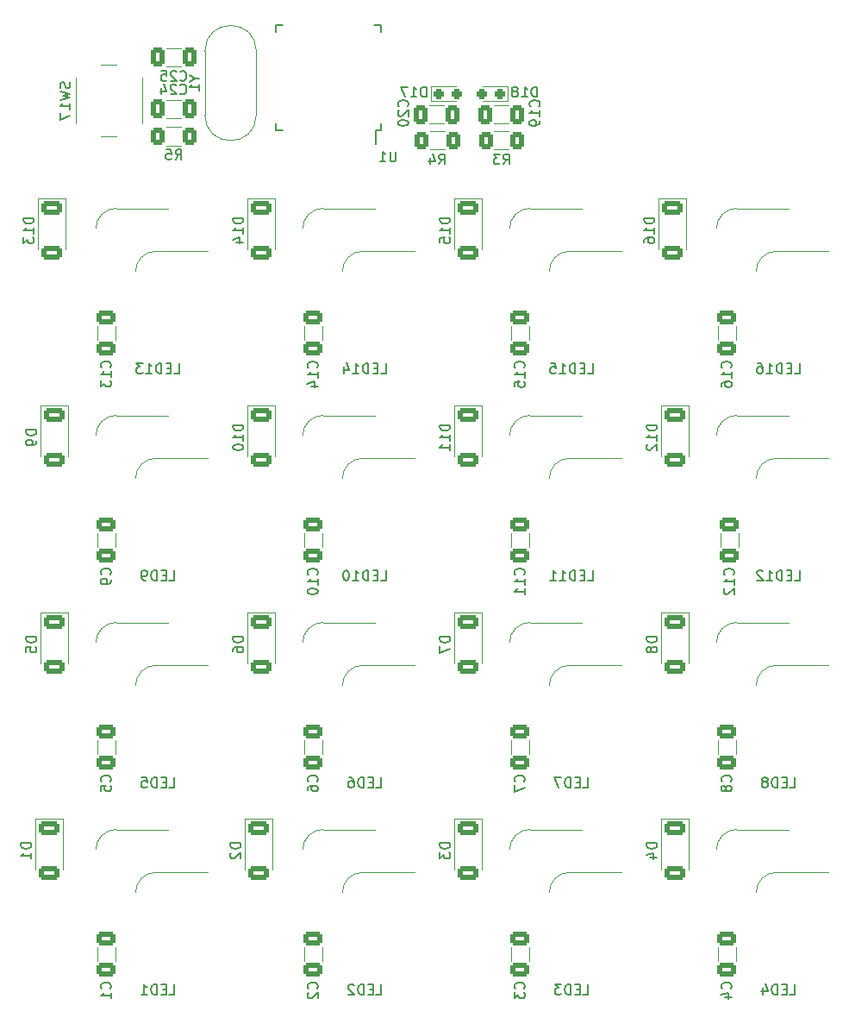
<source format=gbo>
%TF.GenerationSoftware,KiCad,Pcbnew,7.0.1*%
%TF.CreationDate,2023-05-22T14:58:09-04:00*%
%TF.ProjectId,MacroPad,4d616372-6f50-4616-942e-6b696361645f,rev?*%
%TF.SameCoordinates,Original*%
%TF.FileFunction,Legend,Bot*%
%TF.FilePolarity,Positive*%
%FSLAX46Y46*%
G04 Gerber Fmt 4.6, Leading zero omitted, Abs format (unit mm)*
G04 Created by KiCad (PCBNEW 7.0.1) date 2023-05-22 14:58:09*
%MOMM*%
%LPD*%
G01*
G04 APERTURE LIST*
G04 Aperture macros list*
%AMRoundRect*
0 Rectangle with rounded corners*
0 $1 Rounding radius*
0 $2 $3 $4 $5 $6 $7 $8 $9 X,Y pos of 4 corners*
0 Add a 4 corners polygon primitive as box body*
4,1,4,$2,$3,$4,$5,$6,$7,$8,$9,$2,$3,0*
0 Add four circle primitives for the rounded corners*
1,1,$1+$1,$2,$3*
1,1,$1+$1,$4,$5*
1,1,$1+$1,$6,$7*
1,1,$1+$1,$8,$9*
0 Add four rect primitives between the rounded corners*
20,1,$1+$1,$2,$3,$4,$5,0*
20,1,$1+$1,$4,$5,$6,$7,0*
20,1,$1+$1,$6,$7,$8,$9,0*
20,1,$1+$1,$8,$9,$2,$3,0*%
G04 Aperture macros list end*
%ADD10C,0.150000*%
%ADD11C,0.120000*%
%ADD12C,1.750000*%
%ADD13C,4.000000*%
%ADD14C,3.600000*%
%ADD15R,1.500000X1.000000*%
%ADD16C,0.900000*%
%ADD17C,8.000000*%
%ADD18O,1.100000X2.100000*%
%ADD19O,1.100000X2.600000*%
%ADD20RoundRect,0.250000X-0.800000X0.450000X-0.800000X-0.450000X0.800000X-0.450000X0.800000X0.450000X0*%
%ADD21R,0.550000X1.500000*%
%ADD22R,1.500000X0.550000*%
%ADD23R,4.500000X4.500000*%
%ADD24RoundRect,0.250000X-0.650000X0.412500X-0.650000X-0.412500X0.650000X-0.412500X0.650000X0.412500X0*%
%ADD25C,1.500000*%
%ADD26RoundRect,0.250000X-0.412500X-0.650000X0.412500X-0.650000X0.412500X0.650000X-0.412500X0.650000X0*%
%ADD27RoundRect,0.237500X0.287500X0.237500X-0.287500X0.237500X-0.287500X-0.237500X0.287500X-0.237500X0*%
%ADD28RoundRect,0.250000X0.400000X0.625000X-0.400000X0.625000X-0.400000X-0.625000X0.400000X-0.625000X0*%
%ADD29C,2.000000*%
%ADD30RoundRect,0.250000X0.412500X0.650000X-0.412500X0.650000X-0.412500X-0.650000X0.412500X-0.650000X0*%
%ADD31RoundRect,0.237500X-0.287500X-0.237500X0.287500X-0.237500X0.287500X0.237500X-0.287500X0.237500X0*%
%ADD32RoundRect,0.250000X-0.400000X-0.625000X0.400000X-0.625000X0.400000X0.625000X-0.400000X0.625000X0*%
G04 APERTURE END LIST*
D10*
X95099047Y-123596619D02*
X95575237Y-123596619D01*
X95575237Y-123596619D02*
X95575237Y-122596619D01*
X94765713Y-123072809D02*
X94432380Y-123072809D01*
X94289523Y-123596619D02*
X94765713Y-123596619D01*
X94765713Y-123596619D02*
X94765713Y-122596619D01*
X94765713Y-122596619D02*
X94289523Y-122596619D01*
X93860951Y-123596619D02*
X93860951Y-122596619D01*
X93860951Y-122596619D02*
X93622856Y-122596619D01*
X93622856Y-122596619D02*
X93479999Y-122644238D01*
X93479999Y-122644238D02*
X93384761Y-122739476D01*
X93384761Y-122739476D02*
X93337142Y-122834714D01*
X93337142Y-122834714D02*
X93289523Y-123025190D01*
X93289523Y-123025190D02*
X93289523Y-123168047D01*
X93289523Y-123168047D02*
X93337142Y-123358523D01*
X93337142Y-123358523D02*
X93384761Y-123453761D01*
X93384761Y-123453761D02*
X93479999Y-123549000D01*
X93479999Y-123549000D02*
X93622856Y-123596619D01*
X93622856Y-123596619D02*
X93860951Y-123596619D01*
X92384761Y-122596619D02*
X92860951Y-122596619D01*
X92860951Y-122596619D02*
X92908570Y-123072809D01*
X92908570Y-123072809D02*
X92860951Y-123025190D01*
X92860951Y-123025190D02*
X92765713Y-122977571D01*
X92765713Y-122977571D02*
X92527618Y-122977571D01*
X92527618Y-122977571D02*
X92432380Y-123025190D01*
X92432380Y-123025190D02*
X92384761Y-123072809D01*
X92384761Y-123072809D02*
X92337142Y-123168047D01*
X92337142Y-123168047D02*
X92337142Y-123406142D01*
X92337142Y-123406142D02*
X92384761Y-123501380D01*
X92384761Y-123501380D02*
X92432380Y-123549000D01*
X92432380Y-123549000D02*
X92527618Y-123596619D01*
X92527618Y-123596619D02*
X92765713Y-123596619D01*
X92765713Y-123596619D02*
X92860951Y-123549000D01*
X92860951Y-123549000D02*
X92908570Y-123501380D01*
X156059047Y-123596619D02*
X156535237Y-123596619D01*
X156535237Y-123596619D02*
X156535237Y-122596619D01*
X155725713Y-123072809D02*
X155392380Y-123072809D01*
X155249523Y-123596619D02*
X155725713Y-123596619D01*
X155725713Y-123596619D02*
X155725713Y-122596619D01*
X155725713Y-122596619D02*
X155249523Y-122596619D01*
X154820951Y-123596619D02*
X154820951Y-122596619D01*
X154820951Y-122596619D02*
X154582856Y-122596619D01*
X154582856Y-122596619D02*
X154439999Y-122644238D01*
X154439999Y-122644238D02*
X154344761Y-122739476D01*
X154344761Y-122739476D02*
X154297142Y-122834714D01*
X154297142Y-122834714D02*
X154249523Y-123025190D01*
X154249523Y-123025190D02*
X154249523Y-123168047D01*
X154249523Y-123168047D02*
X154297142Y-123358523D01*
X154297142Y-123358523D02*
X154344761Y-123453761D01*
X154344761Y-123453761D02*
X154439999Y-123549000D01*
X154439999Y-123549000D02*
X154582856Y-123596619D01*
X154582856Y-123596619D02*
X154820951Y-123596619D01*
X153678094Y-123025190D02*
X153773332Y-122977571D01*
X153773332Y-122977571D02*
X153820951Y-122929952D01*
X153820951Y-122929952D02*
X153868570Y-122834714D01*
X153868570Y-122834714D02*
X153868570Y-122787095D01*
X153868570Y-122787095D02*
X153820951Y-122691857D01*
X153820951Y-122691857D02*
X153773332Y-122644238D01*
X153773332Y-122644238D02*
X153678094Y-122596619D01*
X153678094Y-122596619D02*
X153487618Y-122596619D01*
X153487618Y-122596619D02*
X153392380Y-122644238D01*
X153392380Y-122644238D02*
X153344761Y-122691857D01*
X153344761Y-122691857D02*
X153297142Y-122787095D01*
X153297142Y-122787095D02*
X153297142Y-122834714D01*
X153297142Y-122834714D02*
X153344761Y-122929952D01*
X153344761Y-122929952D02*
X153392380Y-122977571D01*
X153392380Y-122977571D02*
X153487618Y-123025190D01*
X153487618Y-123025190D02*
X153678094Y-123025190D01*
X153678094Y-123025190D02*
X153773332Y-123072809D01*
X153773332Y-123072809D02*
X153820951Y-123120428D01*
X153820951Y-123120428D02*
X153868570Y-123215666D01*
X153868570Y-123215666D02*
X153868570Y-123406142D01*
X153868570Y-123406142D02*
X153820951Y-123501380D01*
X153820951Y-123501380D02*
X153773332Y-123549000D01*
X153773332Y-123549000D02*
X153678094Y-123596619D01*
X153678094Y-123596619D02*
X153487618Y-123596619D01*
X153487618Y-123596619D02*
X153392380Y-123549000D01*
X153392380Y-123549000D02*
X153344761Y-123501380D01*
X153344761Y-123501380D02*
X153297142Y-123406142D01*
X153297142Y-123406142D02*
X153297142Y-123215666D01*
X153297142Y-123215666D02*
X153344761Y-123120428D01*
X153344761Y-123120428D02*
X153392380Y-123072809D01*
X153392380Y-123072809D02*
X153487618Y-123025190D01*
X135739047Y-143916619D02*
X136215237Y-143916619D01*
X136215237Y-143916619D02*
X136215237Y-142916619D01*
X135405713Y-143392809D02*
X135072380Y-143392809D01*
X134929523Y-143916619D02*
X135405713Y-143916619D01*
X135405713Y-143916619D02*
X135405713Y-142916619D01*
X135405713Y-142916619D02*
X134929523Y-142916619D01*
X134500951Y-143916619D02*
X134500951Y-142916619D01*
X134500951Y-142916619D02*
X134262856Y-142916619D01*
X134262856Y-142916619D02*
X134119999Y-142964238D01*
X134119999Y-142964238D02*
X134024761Y-143059476D01*
X134024761Y-143059476D02*
X133977142Y-143154714D01*
X133977142Y-143154714D02*
X133929523Y-143345190D01*
X133929523Y-143345190D02*
X133929523Y-143488047D01*
X133929523Y-143488047D02*
X133977142Y-143678523D01*
X133977142Y-143678523D02*
X134024761Y-143773761D01*
X134024761Y-143773761D02*
X134119999Y-143869000D01*
X134119999Y-143869000D02*
X134262856Y-143916619D01*
X134262856Y-143916619D02*
X134500951Y-143916619D01*
X133596189Y-142916619D02*
X132977142Y-142916619D01*
X132977142Y-142916619D02*
X133310475Y-143297571D01*
X133310475Y-143297571D02*
X133167618Y-143297571D01*
X133167618Y-143297571D02*
X133072380Y-143345190D01*
X133072380Y-143345190D02*
X133024761Y-143392809D01*
X133024761Y-143392809D02*
X132977142Y-143488047D01*
X132977142Y-143488047D02*
X132977142Y-143726142D01*
X132977142Y-143726142D02*
X133024761Y-143821380D01*
X133024761Y-143821380D02*
X133072380Y-143869000D01*
X133072380Y-143869000D02*
X133167618Y-143916619D01*
X133167618Y-143916619D02*
X133453332Y-143916619D01*
X133453332Y-143916619D02*
X133548570Y-143869000D01*
X133548570Y-143869000D02*
X133596189Y-143821380D01*
X156535238Y-103276619D02*
X157011428Y-103276619D01*
X157011428Y-103276619D02*
X157011428Y-102276619D01*
X156201904Y-102752809D02*
X155868571Y-102752809D01*
X155725714Y-103276619D02*
X156201904Y-103276619D01*
X156201904Y-103276619D02*
X156201904Y-102276619D01*
X156201904Y-102276619D02*
X155725714Y-102276619D01*
X155297142Y-103276619D02*
X155297142Y-102276619D01*
X155297142Y-102276619D02*
X155059047Y-102276619D01*
X155059047Y-102276619D02*
X154916190Y-102324238D01*
X154916190Y-102324238D02*
X154820952Y-102419476D01*
X154820952Y-102419476D02*
X154773333Y-102514714D01*
X154773333Y-102514714D02*
X154725714Y-102705190D01*
X154725714Y-102705190D02*
X154725714Y-102848047D01*
X154725714Y-102848047D02*
X154773333Y-103038523D01*
X154773333Y-103038523D02*
X154820952Y-103133761D01*
X154820952Y-103133761D02*
X154916190Y-103229000D01*
X154916190Y-103229000D02*
X155059047Y-103276619D01*
X155059047Y-103276619D02*
X155297142Y-103276619D01*
X153773333Y-103276619D02*
X154344761Y-103276619D01*
X154059047Y-103276619D02*
X154059047Y-102276619D01*
X154059047Y-102276619D02*
X154154285Y-102419476D01*
X154154285Y-102419476D02*
X154249523Y-102514714D01*
X154249523Y-102514714D02*
X154344761Y-102562333D01*
X153392380Y-102371857D02*
X153344761Y-102324238D01*
X153344761Y-102324238D02*
X153249523Y-102276619D01*
X153249523Y-102276619D02*
X153011428Y-102276619D01*
X153011428Y-102276619D02*
X152916190Y-102324238D01*
X152916190Y-102324238D02*
X152868571Y-102371857D01*
X152868571Y-102371857D02*
X152820952Y-102467095D01*
X152820952Y-102467095D02*
X152820952Y-102562333D01*
X152820952Y-102562333D02*
X152868571Y-102705190D01*
X152868571Y-102705190D02*
X153439999Y-103276619D01*
X153439999Y-103276619D02*
X152820952Y-103276619D01*
X115895238Y-103276619D02*
X116371428Y-103276619D01*
X116371428Y-103276619D02*
X116371428Y-102276619D01*
X115561904Y-102752809D02*
X115228571Y-102752809D01*
X115085714Y-103276619D02*
X115561904Y-103276619D01*
X115561904Y-103276619D02*
X115561904Y-102276619D01*
X115561904Y-102276619D02*
X115085714Y-102276619D01*
X114657142Y-103276619D02*
X114657142Y-102276619D01*
X114657142Y-102276619D02*
X114419047Y-102276619D01*
X114419047Y-102276619D02*
X114276190Y-102324238D01*
X114276190Y-102324238D02*
X114180952Y-102419476D01*
X114180952Y-102419476D02*
X114133333Y-102514714D01*
X114133333Y-102514714D02*
X114085714Y-102705190D01*
X114085714Y-102705190D02*
X114085714Y-102848047D01*
X114085714Y-102848047D02*
X114133333Y-103038523D01*
X114133333Y-103038523D02*
X114180952Y-103133761D01*
X114180952Y-103133761D02*
X114276190Y-103229000D01*
X114276190Y-103229000D02*
X114419047Y-103276619D01*
X114419047Y-103276619D02*
X114657142Y-103276619D01*
X113133333Y-103276619D02*
X113704761Y-103276619D01*
X113419047Y-103276619D02*
X113419047Y-102276619D01*
X113419047Y-102276619D02*
X113514285Y-102419476D01*
X113514285Y-102419476D02*
X113609523Y-102514714D01*
X113609523Y-102514714D02*
X113704761Y-102562333D01*
X112514285Y-102276619D02*
X112419047Y-102276619D01*
X112419047Y-102276619D02*
X112323809Y-102324238D01*
X112323809Y-102324238D02*
X112276190Y-102371857D01*
X112276190Y-102371857D02*
X112228571Y-102467095D01*
X112228571Y-102467095D02*
X112180952Y-102657571D01*
X112180952Y-102657571D02*
X112180952Y-102895666D01*
X112180952Y-102895666D02*
X112228571Y-103086142D01*
X112228571Y-103086142D02*
X112276190Y-103181380D01*
X112276190Y-103181380D02*
X112323809Y-103229000D01*
X112323809Y-103229000D02*
X112419047Y-103276619D01*
X112419047Y-103276619D02*
X112514285Y-103276619D01*
X112514285Y-103276619D02*
X112609523Y-103229000D01*
X112609523Y-103229000D02*
X112657142Y-103181380D01*
X112657142Y-103181380D02*
X112704761Y-103086142D01*
X112704761Y-103086142D02*
X112752380Y-102895666D01*
X112752380Y-102895666D02*
X112752380Y-102657571D01*
X112752380Y-102657571D02*
X112704761Y-102467095D01*
X112704761Y-102467095D02*
X112657142Y-102371857D01*
X112657142Y-102371857D02*
X112609523Y-102324238D01*
X112609523Y-102324238D02*
X112514285Y-102276619D01*
X115419047Y-143916619D02*
X115895237Y-143916619D01*
X115895237Y-143916619D02*
X115895237Y-142916619D01*
X115085713Y-143392809D02*
X114752380Y-143392809D01*
X114609523Y-143916619D02*
X115085713Y-143916619D01*
X115085713Y-143916619D02*
X115085713Y-142916619D01*
X115085713Y-142916619D02*
X114609523Y-142916619D01*
X114180951Y-143916619D02*
X114180951Y-142916619D01*
X114180951Y-142916619D02*
X113942856Y-142916619D01*
X113942856Y-142916619D02*
X113799999Y-142964238D01*
X113799999Y-142964238D02*
X113704761Y-143059476D01*
X113704761Y-143059476D02*
X113657142Y-143154714D01*
X113657142Y-143154714D02*
X113609523Y-143345190D01*
X113609523Y-143345190D02*
X113609523Y-143488047D01*
X113609523Y-143488047D02*
X113657142Y-143678523D01*
X113657142Y-143678523D02*
X113704761Y-143773761D01*
X113704761Y-143773761D02*
X113799999Y-143869000D01*
X113799999Y-143869000D02*
X113942856Y-143916619D01*
X113942856Y-143916619D02*
X114180951Y-143916619D01*
X113228570Y-143011857D02*
X113180951Y-142964238D01*
X113180951Y-142964238D02*
X113085713Y-142916619D01*
X113085713Y-142916619D02*
X112847618Y-142916619D01*
X112847618Y-142916619D02*
X112752380Y-142964238D01*
X112752380Y-142964238D02*
X112704761Y-143011857D01*
X112704761Y-143011857D02*
X112657142Y-143107095D01*
X112657142Y-143107095D02*
X112657142Y-143202333D01*
X112657142Y-143202333D02*
X112704761Y-143345190D01*
X112704761Y-143345190D02*
X113276189Y-143916619D01*
X113276189Y-143916619D02*
X112657142Y-143916619D01*
X156535238Y-82956619D02*
X157011428Y-82956619D01*
X157011428Y-82956619D02*
X157011428Y-81956619D01*
X156201904Y-82432809D02*
X155868571Y-82432809D01*
X155725714Y-82956619D02*
X156201904Y-82956619D01*
X156201904Y-82956619D02*
X156201904Y-81956619D01*
X156201904Y-81956619D02*
X155725714Y-81956619D01*
X155297142Y-82956619D02*
X155297142Y-81956619D01*
X155297142Y-81956619D02*
X155059047Y-81956619D01*
X155059047Y-81956619D02*
X154916190Y-82004238D01*
X154916190Y-82004238D02*
X154820952Y-82099476D01*
X154820952Y-82099476D02*
X154773333Y-82194714D01*
X154773333Y-82194714D02*
X154725714Y-82385190D01*
X154725714Y-82385190D02*
X154725714Y-82528047D01*
X154725714Y-82528047D02*
X154773333Y-82718523D01*
X154773333Y-82718523D02*
X154820952Y-82813761D01*
X154820952Y-82813761D02*
X154916190Y-82909000D01*
X154916190Y-82909000D02*
X155059047Y-82956619D01*
X155059047Y-82956619D02*
X155297142Y-82956619D01*
X153773333Y-82956619D02*
X154344761Y-82956619D01*
X154059047Y-82956619D02*
X154059047Y-81956619D01*
X154059047Y-81956619D02*
X154154285Y-82099476D01*
X154154285Y-82099476D02*
X154249523Y-82194714D01*
X154249523Y-82194714D02*
X154344761Y-82242333D01*
X152916190Y-81956619D02*
X153106666Y-81956619D01*
X153106666Y-81956619D02*
X153201904Y-82004238D01*
X153201904Y-82004238D02*
X153249523Y-82051857D01*
X153249523Y-82051857D02*
X153344761Y-82194714D01*
X153344761Y-82194714D02*
X153392380Y-82385190D01*
X153392380Y-82385190D02*
X153392380Y-82766142D01*
X153392380Y-82766142D02*
X153344761Y-82861380D01*
X153344761Y-82861380D02*
X153297142Y-82909000D01*
X153297142Y-82909000D02*
X153201904Y-82956619D01*
X153201904Y-82956619D02*
X153011428Y-82956619D01*
X153011428Y-82956619D02*
X152916190Y-82909000D01*
X152916190Y-82909000D02*
X152868571Y-82861380D01*
X152868571Y-82861380D02*
X152820952Y-82766142D01*
X152820952Y-82766142D02*
X152820952Y-82528047D01*
X152820952Y-82528047D02*
X152868571Y-82432809D01*
X152868571Y-82432809D02*
X152916190Y-82385190D01*
X152916190Y-82385190D02*
X153011428Y-82337571D01*
X153011428Y-82337571D02*
X153201904Y-82337571D01*
X153201904Y-82337571D02*
X153297142Y-82385190D01*
X153297142Y-82385190D02*
X153344761Y-82432809D01*
X153344761Y-82432809D02*
X153392380Y-82528047D01*
X95575238Y-82956619D02*
X96051428Y-82956619D01*
X96051428Y-82956619D02*
X96051428Y-81956619D01*
X95241904Y-82432809D02*
X94908571Y-82432809D01*
X94765714Y-82956619D02*
X95241904Y-82956619D01*
X95241904Y-82956619D02*
X95241904Y-81956619D01*
X95241904Y-81956619D02*
X94765714Y-81956619D01*
X94337142Y-82956619D02*
X94337142Y-81956619D01*
X94337142Y-81956619D02*
X94099047Y-81956619D01*
X94099047Y-81956619D02*
X93956190Y-82004238D01*
X93956190Y-82004238D02*
X93860952Y-82099476D01*
X93860952Y-82099476D02*
X93813333Y-82194714D01*
X93813333Y-82194714D02*
X93765714Y-82385190D01*
X93765714Y-82385190D02*
X93765714Y-82528047D01*
X93765714Y-82528047D02*
X93813333Y-82718523D01*
X93813333Y-82718523D02*
X93860952Y-82813761D01*
X93860952Y-82813761D02*
X93956190Y-82909000D01*
X93956190Y-82909000D02*
X94099047Y-82956619D01*
X94099047Y-82956619D02*
X94337142Y-82956619D01*
X92813333Y-82956619D02*
X93384761Y-82956619D01*
X93099047Y-82956619D02*
X93099047Y-81956619D01*
X93099047Y-81956619D02*
X93194285Y-82099476D01*
X93194285Y-82099476D02*
X93289523Y-82194714D01*
X93289523Y-82194714D02*
X93384761Y-82242333D01*
X92479999Y-81956619D02*
X91860952Y-81956619D01*
X91860952Y-81956619D02*
X92194285Y-82337571D01*
X92194285Y-82337571D02*
X92051428Y-82337571D01*
X92051428Y-82337571D02*
X91956190Y-82385190D01*
X91956190Y-82385190D02*
X91908571Y-82432809D01*
X91908571Y-82432809D02*
X91860952Y-82528047D01*
X91860952Y-82528047D02*
X91860952Y-82766142D01*
X91860952Y-82766142D02*
X91908571Y-82861380D01*
X91908571Y-82861380D02*
X91956190Y-82909000D01*
X91956190Y-82909000D02*
X92051428Y-82956619D01*
X92051428Y-82956619D02*
X92337142Y-82956619D01*
X92337142Y-82956619D02*
X92432380Y-82909000D01*
X92432380Y-82909000D02*
X92479999Y-82861380D01*
X135739047Y-123596619D02*
X136215237Y-123596619D01*
X136215237Y-123596619D02*
X136215237Y-122596619D01*
X135405713Y-123072809D02*
X135072380Y-123072809D01*
X134929523Y-123596619D02*
X135405713Y-123596619D01*
X135405713Y-123596619D02*
X135405713Y-122596619D01*
X135405713Y-122596619D02*
X134929523Y-122596619D01*
X134500951Y-123596619D02*
X134500951Y-122596619D01*
X134500951Y-122596619D02*
X134262856Y-122596619D01*
X134262856Y-122596619D02*
X134119999Y-122644238D01*
X134119999Y-122644238D02*
X134024761Y-122739476D01*
X134024761Y-122739476D02*
X133977142Y-122834714D01*
X133977142Y-122834714D02*
X133929523Y-123025190D01*
X133929523Y-123025190D02*
X133929523Y-123168047D01*
X133929523Y-123168047D02*
X133977142Y-123358523D01*
X133977142Y-123358523D02*
X134024761Y-123453761D01*
X134024761Y-123453761D02*
X134119999Y-123549000D01*
X134119999Y-123549000D02*
X134262856Y-123596619D01*
X134262856Y-123596619D02*
X134500951Y-123596619D01*
X133596189Y-122596619D02*
X132929523Y-122596619D01*
X132929523Y-122596619D02*
X133358094Y-123596619D01*
X95099047Y-103276619D02*
X95575237Y-103276619D01*
X95575237Y-103276619D02*
X95575237Y-102276619D01*
X94765713Y-102752809D02*
X94432380Y-102752809D01*
X94289523Y-103276619D02*
X94765713Y-103276619D01*
X94765713Y-103276619D02*
X94765713Y-102276619D01*
X94765713Y-102276619D02*
X94289523Y-102276619D01*
X93860951Y-103276619D02*
X93860951Y-102276619D01*
X93860951Y-102276619D02*
X93622856Y-102276619D01*
X93622856Y-102276619D02*
X93479999Y-102324238D01*
X93479999Y-102324238D02*
X93384761Y-102419476D01*
X93384761Y-102419476D02*
X93337142Y-102514714D01*
X93337142Y-102514714D02*
X93289523Y-102705190D01*
X93289523Y-102705190D02*
X93289523Y-102848047D01*
X93289523Y-102848047D02*
X93337142Y-103038523D01*
X93337142Y-103038523D02*
X93384761Y-103133761D01*
X93384761Y-103133761D02*
X93479999Y-103229000D01*
X93479999Y-103229000D02*
X93622856Y-103276619D01*
X93622856Y-103276619D02*
X93860951Y-103276619D01*
X92813332Y-103276619D02*
X92622856Y-103276619D01*
X92622856Y-103276619D02*
X92527618Y-103229000D01*
X92527618Y-103229000D02*
X92479999Y-103181380D01*
X92479999Y-103181380D02*
X92384761Y-103038523D01*
X92384761Y-103038523D02*
X92337142Y-102848047D01*
X92337142Y-102848047D02*
X92337142Y-102467095D01*
X92337142Y-102467095D02*
X92384761Y-102371857D01*
X92384761Y-102371857D02*
X92432380Y-102324238D01*
X92432380Y-102324238D02*
X92527618Y-102276619D01*
X92527618Y-102276619D02*
X92718094Y-102276619D01*
X92718094Y-102276619D02*
X92813332Y-102324238D01*
X92813332Y-102324238D02*
X92860951Y-102371857D01*
X92860951Y-102371857D02*
X92908570Y-102467095D01*
X92908570Y-102467095D02*
X92908570Y-102705190D01*
X92908570Y-102705190D02*
X92860951Y-102800428D01*
X92860951Y-102800428D02*
X92813332Y-102848047D01*
X92813332Y-102848047D02*
X92718094Y-102895666D01*
X92718094Y-102895666D02*
X92527618Y-102895666D01*
X92527618Y-102895666D02*
X92432380Y-102848047D01*
X92432380Y-102848047D02*
X92384761Y-102800428D01*
X92384761Y-102800428D02*
X92337142Y-102705190D01*
X95099047Y-143916619D02*
X95575237Y-143916619D01*
X95575237Y-143916619D02*
X95575237Y-142916619D01*
X94765713Y-143392809D02*
X94432380Y-143392809D01*
X94289523Y-143916619D02*
X94765713Y-143916619D01*
X94765713Y-143916619D02*
X94765713Y-142916619D01*
X94765713Y-142916619D02*
X94289523Y-142916619D01*
X93860951Y-143916619D02*
X93860951Y-142916619D01*
X93860951Y-142916619D02*
X93622856Y-142916619D01*
X93622856Y-142916619D02*
X93479999Y-142964238D01*
X93479999Y-142964238D02*
X93384761Y-143059476D01*
X93384761Y-143059476D02*
X93337142Y-143154714D01*
X93337142Y-143154714D02*
X93289523Y-143345190D01*
X93289523Y-143345190D02*
X93289523Y-143488047D01*
X93289523Y-143488047D02*
X93337142Y-143678523D01*
X93337142Y-143678523D02*
X93384761Y-143773761D01*
X93384761Y-143773761D02*
X93479999Y-143869000D01*
X93479999Y-143869000D02*
X93622856Y-143916619D01*
X93622856Y-143916619D02*
X93860951Y-143916619D01*
X92337142Y-143916619D02*
X92908570Y-143916619D01*
X92622856Y-143916619D02*
X92622856Y-142916619D01*
X92622856Y-142916619D02*
X92718094Y-143059476D01*
X92718094Y-143059476D02*
X92813332Y-143154714D01*
X92813332Y-143154714D02*
X92908570Y-143202333D01*
X156059047Y-143916619D02*
X156535237Y-143916619D01*
X156535237Y-143916619D02*
X156535237Y-142916619D01*
X155725713Y-143392809D02*
X155392380Y-143392809D01*
X155249523Y-143916619D02*
X155725713Y-143916619D01*
X155725713Y-143916619D02*
X155725713Y-142916619D01*
X155725713Y-142916619D02*
X155249523Y-142916619D01*
X154820951Y-143916619D02*
X154820951Y-142916619D01*
X154820951Y-142916619D02*
X154582856Y-142916619D01*
X154582856Y-142916619D02*
X154439999Y-142964238D01*
X154439999Y-142964238D02*
X154344761Y-143059476D01*
X154344761Y-143059476D02*
X154297142Y-143154714D01*
X154297142Y-143154714D02*
X154249523Y-143345190D01*
X154249523Y-143345190D02*
X154249523Y-143488047D01*
X154249523Y-143488047D02*
X154297142Y-143678523D01*
X154297142Y-143678523D02*
X154344761Y-143773761D01*
X154344761Y-143773761D02*
X154439999Y-143869000D01*
X154439999Y-143869000D02*
X154582856Y-143916619D01*
X154582856Y-143916619D02*
X154820951Y-143916619D01*
X153392380Y-143249952D02*
X153392380Y-143916619D01*
X153630475Y-142869000D02*
X153868570Y-143583285D01*
X153868570Y-143583285D02*
X153249523Y-143583285D01*
X115419047Y-123596619D02*
X115895237Y-123596619D01*
X115895237Y-123596619D02*
X115895237Y-122596619D01*
X115085713Y-123072809D02*
X114752380Y-123072809D01*
X114609523Y-123596619D02*
X115085713Y-123596619D01*
X115085713Y-123596619D02*
X115085713Y-122596619D01*
X115085713Y-122596619D02*
X114609523Y-122596619D01*
X114180951Y-123596619D02*
X114180951Y-122596619D01*
X114180951Y-122596619D02*
X113942856Y-122596619D01*
X113942856Y-122596619D02*
X113799999Y-122644238D01*
X113799999Y-122644238D02*
X113704761Y-122739476D01*
X113704761Y-122739476D02*
X113657142Y-122834714D01*
X113657142Y-122834714D02*
X113609523Y-123025190D01*
X113609523Y-123025190D02*
X113609523Y-123168047D01*
X113609523Y-123168047D02*
X113657142Y-123358523D01*
X113657142Y-123358523D02*
X113704761Y-123453761D01*
X113704761Y-123453761D02*
X113799999Y-123549000D01*
X113799999Y-123549000D02*
X113942856Y-123596619D01*
X113942856Y-123596619D02*
X114180951Y-123596619D01*
X112752380Y-122596619D02*
X112942856Y-122596619D01*
X112942856Y-122596619D02*
X113038094Y-122644238D01*
X113038094Y-122644238D02*
X113085713Y-122691857D01*
X113085713Y-122691857D02*
X113180951Y-122834714D01*
X113180951Y-122834714D02*
X113228570Y-123025190D01*
X113228570Y-123025190D02*
X113228570Y-123406142D01*
X113228570Y-123406142D02*
X113180951Y-123501380D01*
X113180951Y-123501380D02*
X113133332Y-123549000D01*
X113133332Y-123549000D02*
X113038094Y-123596619D01*
X113038094Y-123596619D02*
X112847618Y-123596619D01*
X112847618Y-123596619D02*
X112752380Y-123549000D01*
X112752380Y-123549000D02*
X112704761Y-123501380D01*
X112704761Y-123501380D02*
X112657142Y-123406142D01*
X112657142Y-123406142D02*
X112657142Y-123168047D01*
X112657142Y-123168047D02*
X112704761Y-123072809D01*
X112704761Y-123072809D02*
X112752380Y-123025190D01*
X112752380Y-123025190D02*
X112847618Y-122977571D01*
X112847618Y-122977571D02*
X113038094Y-122977571D01*
X113038094Y-122977571D02*
X113133332Y-123025190D01*
X113133332Y-123025190D02*
X113180951Y-123072809D01*
X113180951Y-123072809D02*
X113228570Y-123168047D01*
X136215238Y-82956619D02*
X136691428Y-82956619D01*
X136691428Y-82956619D02*
X136691428Y-81956619D01*
X135881904Y-82432809D02*
X135548571Y-82432809D01*
X135405714Y-82956619D02*
X135881904Y-82956619D01*
X135881904Y-82956619D02*
X135881904Y-81956619D01*
X135881904Y-81956619D02*
X135405714Y-81956619D01*
X134977142Y-82956619D02*
X134977142Y-81956619D01*
X134977142Y-81956619D02*
X134739047Y-81956619D01*
X134739047Y-81956619D02*
X134596190Y-82004238D01*
X134596190Y-82004238D02*
X134500952Y-82099476D01*
X134500952Y-82099476D02*
X134453333Y-82194714D01*
X134453333Y-82194714D02*
X134405714Y-82385190D01*
X134405714Y-82385190D02*
X134405714Y-82528047D01*
X134405714Y-82528047D02*
X134453333Y-82718523D01*
X134453333Y-82718523D02*
X134500952Y-82813761D01*
X134500952Y-82813761D02*
X134596190Y-82909000D01*
X134596190Y-82909000D02*
X134739047Y-82956619D01*
X134739047Y-82956619D02*
X134977142Y-82956619D01*
X133453333Y-82956619D02*
X134024761Y-82956619D01*
X133739047Y-82956619D02*
X133739047Y-81956619D01*
X133739047Y-81956619D02*
X133834285Y-82099476D01*
X133834285Y-82099476D02*
X133929523Y-82194714D01*
X133929523Y-82194714D02*
X134024761Y-82242333D01*
X132548571Y-81956619D02*
X133024761Y-81956619D01*
X133024761Y-81956619D02*
X133072380Y-82432809D01*
X133072380Y-82432809D02*
X133024761Y-82385190D01*
X133024761Y-82385190D02*
X132929523Y-82337571D01*
X132929523Y-82337571D02*
X132691428Y-82337571D01*
X132691428Y-82337571D02*
X132596190Y-82385190D01*
X132596190Y-82385190D02*
X132548571Y-82432809D01*
X132548571Y-82432809D02*
X132500952Y-82528047D01*
X132500952Y-82528047D02*
X132500952Y-82766142D01*
X132500952Y-82766142D02*
X132548571Y-82861380D01*
X132548571Y-82861380D02*
X132596190Y-82909000D01*
X132596190Y-82909000D02*
X132691428Y-82956619D01*
X132691428Y-82956619D02*
X132929523Y-82956619D01*
X132929523Y-82956619D02*
X133024761Y-82909000D01*
X133024761Y-82909000D02*
X133072380Y-82861380D01*
X115895238Y-82956619D02*
X116371428Y-82956619D01*
X116371428Y-82956619D02*
X116371428Y-81956619D01*
X115561904Y-82432809D02*
X115228571Y-82432809D01*
X115085714Y-82956619D02*
X115561904Y-82956619D01*
X115561904Y-82956619D02*
X115561904Y-81956619D01*
X115561904Y-81956619D02*
X115085714Y-81956619D01*
X114657142Y-82956619D02*
X114657142Y-81956619D01*
X114657142Y-81956619D02*
X114419047Y-81956619D01*
X114419047Y-81956619D02*
X114276190Y-82004238D01*
X114276190Y-82004238D02*
X114180952Y-82099476D01*
X114180952Y-82099476D02*
X114133333Y-82194714D01*
X114133333Y-82194714D02*
X114085714Y-82385190D01*
X114085714Y-82385190D02*
X114085714Y-82528047D01*
X114085714Y-82528047D02*
X114133333Y-82718523D01*
X114133333Y-82718523D02*
X114180952Y-82813761D01*
X114180952Y-82813761D02*
X114276190Y-82909000D01*
X114276190Y-82909000D02*
X114419047Y-82956619D01*
X114419047Y-82956619D02*
X114657142Y-82956619D01*
X113133333Y-82956619D02*
X113704761Y-82956619D01*
X113419047Y-82956619D02*
X113419047Y-81956619D01*
X113419047Y-81956619D02*
X113514285Y-82099476D01*
X113514285Y-82099476D02*
X113609523Y-82194714D01*
X113609523Y-82194714D02*
X113704761Y-82242333D01*
X112276190Y-82289952D02*
X112276190Y-82956619D01*
X112514285Y-81909000D02*
X112752380Y-82623285D01*
X112752380Y-82623285D02*
X112133333Y-82623285D01*
X136215238Y-103276619D02*
X136691428Y-103276619D01*
X136691428Y-103276619D02*
X136691428Y-102276619D01*
X135881904Y-102752809D02*
X135548571Y-102752809D01*
X135405714Y-103276619D02*
X135881904Y-103276619D01*
X135881904Y-103276619D02*
X135881904Y-102276619D01*
X135881904Y-102276619D02*
X135405714Y-102276619D01*
X134977142Y-103276619D02*
X134977142Y-102276619D01*
X134977142Y-102276619D02*
X134739047Y-102276619D01*
X134739047Y-102276619D02*
X134596190Y-102324238D01*
X134596190Y-102324238D02*
X134500952Y-102419476D01*
X134500952Y-102419476D02*
X134453333Y-102514714D01*
X134453333Y-102514714D02*
X134405714Y-102705190D01*
X134405714Y-102705190D02*
X134405714Y-102848047D01*
X134405714Y-102848047D02*
X134453333Y-103038523D01*
X134453333Y-103038523D02*
X134500952Y-103133761D01*
X134500952Y-103133761D02*
X134596190Y-103229000D01*
X134596190Y-103229000D02*
X134739047Y-103276619D01*
X134739047Y-103276619D02*
X134977142Y-103276619D01*
X133453333Y-103276619D02*
X134024761Y-103276619D01*
X133739047Y-103276619D02*
X133739047Y-102276619D01*
X133739047Y-102276619D02*
X133834285Y-102419476D01*
X133834285Y-102419476D02*
X133929523Y-102514714D01*
X133929523Y-102514714D02*
X134024761Y-102562333D01*
X132500952Y-103276619D02*
X133072380Y-103276619D01*
X132786666Y-103276619D02*
X132786666Y-102276619D01*
X132786666Y-102276619D02*
X132881904Y-102419476D01*
X132881904Y-102419476D02*
X132977142Y-102514714D01*
X132977142Y-102514714D02*
X133072380Y-102562333D01*
X102352619Y-67705714D02*
X101352619Y-67705714D01*
X101352619Y-67705714D02*
X101352619Y-67943809D01*
X101352619Y-67943809D02*
X101400238Y-68086666D01*
X101400238Y-68086666D02*
X101495476Y-68181904D01*
X101495476Y-68181904D02*
X101590714Y-68229523D01*
X101590714Y-68229523D02*
X101781190Y-68277142D01*
X101781190Y-68277142D02*
X101924047Y-68277142D01*
X101924047Y-68277142D02*
X102114523Y-68229523D01*
X102114523Y-68229523D02*
X102209761Y-68181904D01*
X102209761Y-68181904D02*
X102305000Y-68086666D01*
X102305000Y-68086666D02*
X102352619Y-67943809D01*
X102352619Y-67943809D02*
X102352619Y-67705714D01*
X102352619Y-69229523D02*
X102352619Y-68658095D01*
X102352619Y-68943809D02*
X101352619Y-68943809D01*
X101352619Y-68943809D02*
X101495476Y-68848571D01*
X101495476Y-68848571D02*
X101590714Y-68753333D01*
X101590714Y-68753333D02*
X101638333Y-68658095D01*
X101685952Y-70086666D02*
X102352619Y-70086666D01*
X101305000Y-69848571D02*
X102019285Y-69610476D01*
X102019285Y-69610476D02*
X102019285Y-70229523D01*
X122672619Y-108821905D02*
X121672619Y-108821905D01*
X121672619Y-108821905D02*
X121672619Y-109060000D01*
X121672619Y-109060000D02*
X121720238Y-109202857D01*
X121720238Y-109202857D02*
X121815476Y-109298095D01*
X121815476Y-109298095D02*
X121910714Y-109345714D01*
X121910714Y-109345714D02*
X122101190Y-109393333D01*
X122101190Y-109393333D02*
X122244047Y-109393333D01*
X122244047Y-109393333D02*
X122434523Y-109345714D01*
X122434523Y-109345714D02*
X122529761Y-109298095D01*
X122529761Y-109298095D02*
X122625000Y-109202857D01*
X122625000Y-109202857D02*
X122672619Y-109060000D01*
X122672619Y-109060000D02*
X122672619Y-108821905D01*
X121672619Y-109726667D02*
X121672619Y-110393333D01*
X121672619Y-110393333D02*
X122672619Y-109964762D01*
X102352619Y-108821905D02*
X101352619Y-108821905D01*
X101352619Y-108821905D02*
X101352619Y-109060000D01*
X101352619Y-109060000D02*
X101400238Y-109202857D01*
X101400238Y-109202857D02*
X101495476Y-109298095D01*
X101495476Y-109298095D02*
X101590714Y-109345714D01*
X101590714Y-109345714D02*
X101781190Y-109393333D01*
X101781190Y-109393333D02*
X101924047Y-109393333D01*
X101924047Y-109393333D02*
X102114523Y-109345714D01*
X102114523Y-109345714D02*
X102209761Y-109298095D01*
X102209761Y-109298095D02*
X102305000Y-109202857D01*
X102305000Y-109202857D02*
X102352619Y-109060000D01*
X102352619Y-109060000D02*
X102352619Y-108821905D01*
X101352619Y-110250476D02*
X101352619Y-110060000D01*
X101352619Y-110060000D02*
X101400238Y-109964762D01*
X101400238Y-109964762D02*
X101447857Y-109917143D01*
X101447857Y-109917143D02*
X101590714Y-109821905D01*
X101590714Y-109821905D02*
X101781190Y-109774286D01*
X101781190Y-109774286D02*
X102162142Y-109774286D01*
X102162142Y-109774286D02*
X102257380Y-109821905D01*
X102257380Y-109821905D02*
X102305000Y-109869524D01*
X102305000Y-109869524D02*
X102352619Y-109964762D01*
X102352619Y-109964762D02*
X102352619Y-110155238D01*
X102352619Y-110155238D02*
X102305000Y-110250476D01*
X102305000Y-110250476D02*
X102257380Y-110298095D01*
X102257380Y-110298095D02*
X102162142Y-110345714D01*
X102162142Y-110345714D02*
X101924047Y-110345714D01*
X101924047Y-110345714D02*
X101828809Y-110298095D01*
X101828809Y-110298095D02*
X101781190Y-110250476D01*
X101781190Y-110250476D02*
X101733571Y-110155238D01*
X101733571Y-110155238D02*
X101733571Y-109964762D01*
X101733571Y-109964762D02*
X101781190Y-109869524D01*
X101781190Y-109869524D02*
X101828809Y-109821905D01*
X101828809Y-109821905D02*
X101924047Y-109774286D01*
X117347904Y-61184619D02*
X117347904Y-61994142D01*
X117347904Y-61994142D02*
X117300285Y-62089380D01*
X117300285Y-62089380D02*
X117252666Y-62137000D01*
X117252666Y-62137000D02*
X117157428Y-62184619D01*
X117157428Y-62184619D02*
X116966952Y-62184619D01*
X116966952Y-62184619D02*
X116871714Y-62137000D01*
X116871714Y-62137000D02*
X116824095Y-62089380D01*
X116824095Y-62089380D02*
X116776476Y-61994142D01*
X116776476Y-61994142D02*
X116776476Y-61184619D01*
X115776476Y-62184619D02*
X116347904Y-62184619D01*
X116062190Y-62184619D02*
X116062190Y-61184619D01*
X116062190Y-61184619D02*
X116157428Y-61327476D01*
X116157428Y-61327476D02*
X116252666Y-61422714D01*
X116252666Y-61422714D02*
X116347904Y-61470333D01*
X129907380Y-102735142D02*
X129955000Y-102687523D01*
X129955000Y-102687523D02*
X130002619Y-102544666D01*
X130002619Y-102544666D02*
X130002619Y-102449428D01*
X130002619Y-102449428D02*
X129955000Y-102306571D01*
X129955000Y-102306571D02*
X129859761Y-102211333D01*
X129859761Y-102211333D02*
X129764523Y-102163714D01*
X129764523Y-102163714D02*
X129574047Y-102116095D01*
X129574047Y-102116095D02*
X129431190Y-102116095D01*
X129431190Y-102116095D02*
X129240714Y-102163714D01*
X129240714Y-102163714D02*
X129145476Y-102211333D01*
X129145476Y-102211333D02*
X129050238Y-102306571D01*
X129050238Y-102306571D02*
X129002619Y-102449428D01*
X129002619Y-102449428D02*
X129002619Y-102544666D01*
X129002619Y-102544666D02*
X129050238Y-102687523D01*
X129050238Y-102687523D02*
X129097857Y-102735142D01*
X130002619Y-103687523D02*
X130002619Y-103116095D01*
X130002619Y-103401809D02*
X129002619Y-103401809D01*
X129002619Y-103401809D02*
X129145476Y-103306571D01*
X129145476Y-103306571D02*
X129240714Y-103211333D01*
X129240714Y-103211333D02*
X129288333Y-103116095D01*
X130002619Y-104639904D02*
X130002619Y-104068476D01*
X130002619Y-104354190D02*
X129002619Y-104354190D01*
X129002619Y-104354190D02*
X129145476Y-104258952D01*
X129145476Y-104258952D02*
X129240714Y-104163714D01*
X129240714Y-104163714D02*
X129288333Y-104068476D01*
X97577428Y-53992809D02*
X98053619Y-53992809D01*
X97053619Y-53659476D02*
X97577428Y-53992809D01*
X97577428Y-53992809D02*
X97053619Y-54326142D01*
X98053619Y-55183285D02*
X98053619Y-54611857D01*
X98053619Y-54897571D02*
X97053619Y-54897571D01*
X97053619Y-54897571D02*
X97196476Y-54802333D01*
X97196476Y-54802333D02*
X97291714Y-54707095D01*
X97291714Y-54707095D02*
X97339333Y-54611857D01*
X82032619Y-108821905D02*
X81032619Y-108821905D01*
X81032619Y-108821905D02*
X81032619Y-109060000D01*
X81032619Y-109060000D02*
X81080238Y-109202857D01*
X81080238Y-109202857D02*
X81175476Y-109298095D01*
X81175476Y-109298095D02*
X81270714Y-109345714D01*
X81270714Y-109345714D02*
X81461190Y-109393333D01*
X81461190Y-109393333D02*
X81604047Y-109393333D01*
X81604047Y-109393333D02*
X81794523Y-109345714D01*
X81794523Y-109345714D02*
X81889761Y-109298095D01*
X81889761Y-109298095D02*
X81985000Y-109202857D01*
X81985000Y-109202857D02*
X82032619Y-109060000D01*
X82032619Y-109060000D02*
X82032619Y-108821905D01*
X81032619Y-110298095D02*
X81032619Y-109821905D01*
X81032619Y-109821905D02*
X81508809Y-109774286D01*
X81508809Y-109774286D02*
X81461190Y-109821905D01*
X81461190Y-109821905D02*
X81413571Y-109917143D01*
X81413571Y-109917143D02*
X81413571Y-110155238D01*
X81413571Y-110155238D02*
X81461190Y-110250476D01*
X81461190Y-110250476D02*
X81508809Y-110298095D01*
X81508809Y-110298095D02*
X81604047Y-110345714D01*
X81604047Y-110345714D02*
X81842142Y-110345714D01*
X81842142Y-110345714D02*
X81937380Y-110298095D01*
X81937380Y-110298095D02*
X81985000Y-110250476D01*
X81985000Y-110250476D02*
X82032619Y-110155238D01*
X82032619Y-110155238D02*
X82032619Y-109917143D01*
X82032619Y-109917143D02*
X81985000Y-109821905D01*
X81985000Y-109821905D02*
X81937380Y-109774286D01*
X96170857Y-54156380D02*
X96218476Y-54204000D01*
X96218476Y-54204000D02*
X96361333Y-54251619D01*
X96361333Y-54251619D02*
X96456571Y-54251619D01*
X96456571Y-54251619D02*
X96599428Y-54204000D01*
X96599428Y-54204000D02*
X96694666Y-54108761D01*
X96694666Y-54108761D02*
X96742285Y-54013523D01*
X96742285Y-54013523D02*
X96789904Y-53823047D01*
X96789904Y-53823047D02*
X96789904Y-53680190D01*
X96789904Y-53680190D02*
X96742285Y-53489714D01*
X96742285Y-53489714D02*
X96694666Y-53394476D01*
X96694666Y-53394476D02*
X96599428Y-53299238D01*
X96599428Y-53299238D02*
X96456571Y-53251619D01*
X96456571Y-53251619D02*
X96361333Y-53251619D01*
X96361333Y-53251619D02*
X96218476Y-53299238D01*
X96218476Y-53299238D02*
X96170857Y-53346857D01*
X95789904Y-53346857D02*
X95742285Y-53299238D01*
X95742285Y-53299238D02*
X95647047Y-53251619D01*
X95647047Y-53251619D02*
X95408952Y-53251619D01*
X95408952Y-53251619D02*
X95313714Y-53299238D01*
X95313714Y-53299238D02*
X95266095Y-53346857D01*
X95266095Y-53346857D02*
X95218476Y-53442095D01*
X95218476Y-53442095D02*
X95218476Y-53537333D01*
X95218476Y-53537333D02*
X95266095Y-53680190D01*
X95266095Y-53680190D02*
X95837523Y-54251619D01*
X95837523Y-54251619D02*
X95218476Y-54251619D01*
X94313714Y-53251619D02*
X94789904Y-53251619D01*
X94789904Y-53251619D02*
X94837523Y-53727809D01*
X94837523Y-53727809D02*
X94789904Y-53680190D01*
X94789904Y-53680190D02*
X94694666Y-53632571D01*
X94694666Y-53632571D02*
X94456571Y-53632571D01*
X94456571Y-53632571D02*
X94361333Y-53680190D01*
X94361333Y-53680190D02*
X94313714Y-53727809D01*
X94313714Y-53727809D02*
X94266095Y-53823047D01*
X94266095Y-53823047D02*
X94266095Y-54061142D01*
X94266095Y-54061142D02*
X94313714Y-54156380D01*
X94313714Y-54156380D02*
X94361333Y-54204000D01*
X94361333Y-54204000D02*
X94456571Y-54251619D01*
X94456571Y-54251619D02*
X94694666Y-54251619D01*
X94694666Y-54251619D02*
X94789904Y-54204000D01*
X94789904Y-54204000D02*
X94837523Y-54156380D01*
X102352619Y-88025714D02*
X101352619Y-88025714D01*
X101352619Y-88025714D02*
X101352619Y-88263809D01*
X101352619Y-88263809D02*
X101400238Y-88406666D01*
X101400238Y-88406666D02*
X101495476Y-88501904D01*
X101495476Y-88501904D02*
X101590714Y-88549523D01*
X101590714Y-88549523D02*
X101781190Y-88597142D01*
X101781190Y-88597142D02*
X101924047Y-88597142D01*
X101924047Y-88597142D02*
X102114523Y-88549523D01*
X102114523Y-88549523D02*
X102209761Y-88501904D01*
X102209761Y-88501904D02*
X102305000Y-88406666D01*
X102305000Y-88406666D02*
X102352619Y-88263809D01*
X102352619Y-88263809D02*
X102352619Y-88025714D01*
X102352619Y-89549523D02*
X102352619Y-88978095D01*
X102352619Y-89263809D02*
X101352619Y-89263809D01*
X101352619Y-89263809D02*
X101495476Y-89168571D01*
X101495476Y-89168571D02*
X101590714Y-89073333D01*
X101590714Y-89073333D02*
X101638333Y-88978095D01*
X101352619Y-90168571D02*
X101352619Y-90263809D01*
X101352619Y-90263809D02*
X101400238Y-90359047D01*
X101400238Y-90359047D02*
X101447857Y-90406666D01*
X101447857Y-90406666D02*
X101543095Y-90454285D01*
X101543095Y-90454285D02*
X101733571Y-90501904D01*
X101733571Y-90501904D02*
X101971666Y-90501904D01*
X101971666Y-90501904D02*
X102162142Y-90454285D01*
X102162142Y-90454285D02*
X102257380Y-90406666D01*
X102257380Y-90406666D02*
X102305000Y-90359047D01*
X102305000Y-90359047D02*
X102352619Y-90263809D01*
X102352619Y-90263809D02*
X102352619Y-90168571D01*
X102352619Y-90168571D02*
X102305000Y-90073333D01*
X102305000Y-90073333D02*
X102257380Y-90025714D01*
X102257380Y-90025714D02*
X102162142Y-89978095D01*
X102162142Y-89978095D02*
X101971666Y-89930476D01*
X101971666Y-89930476D02*
X101733571Y-89930476D01*
X101733571Y-89930476D02*
X101543095Y-89978095D01*
X101543095Y-89978095D02*
X101447857Y-90025714D01*
X101447857Y-90025714D02*
X101400238Y-90073333D01*
X101400238Y-90073333D02*
X101352619Y-90168571D01*
X129907380Y-82415142D02*
X129955000Y-82367523D01*
X129955000Y-82367523D02*
X130002619Y-82224666D01*
X130002619Y-82224666D02*
X130002619Y-82129428D01*
X130002619Y-82129428D02*
X129955000Y-81986571D01*
X129955000Y-81986571D02*
X129859761Y-81891333D01*
X129859761Y-81891333D02*
X129764523Y-81843714D01*
X129764523Y-81843714D02*
X129574047Y-81796095D01*
X129574047Y-81796095D02*
X129431190Y-81796095D01*
X129431190Y-81796095D02*
X129240714Y-81843714D01*
X129240714Y-81843714D02*
X129145476Y-81891333D01*
X129145476Y-81891333D02*
X129050238Y-81986571D01*
X129050238Y-81986571D02*
X129002619Y-82129428D01*
X129002619Y-82129428D02*
X129002619Y-82224666D01*
X129002619Y-82224666D02*
X129050238Y-82367523D01*
X129050238Y-82367523D02*
X129097857Y-82415142D01*
X130002619Y-83367523D02*
X130002619Y-82796095D01*
X130002619Y-83081809D02*
X129002619Y-83081809D01*
X129002619Y-83081809D02*
X129145476Y-82986571D01*
X129145476Y-82986571D02*
X129240714Y-82891333D01*
X129240714Y-82891333D02*
X129288333Y-82796095D01*
X129002619Y-84272285D02*
X129002619Y-83796095D01*
X129002619Y-83796095D02*
X129478809Y-83748476D01*
X129478809Y-83748476D02*
X129431190Y-83796095D01*
X129431190Y-83796095D02*
X129383571Y-83891333D01*
X129383571Y-83891333D02*
X129383571Y-84129428D01*
X129383571Y-84129428D02*
X129431190Y-84224666D01*
X129431190Y-84224666D02*
X129478809Y-84272285D01*
X129478809Y-84272285D02*
X129574047Y-84319904D01*
X129574047Y-84319904D02*
X129812142Y-84319904D01*
X129812142Y-84319904D02*
X129907380Y-84272285D01*
X129907380Y-84272285D02*
X129955000Y-84224666D01*
X129955000Y-84224666D02*
X130002619Y-84129428D01*
X130002619Y-84129428D02*
X130002619Y-83891333D01*
X130002619Y-83891333D02*
X129955000Y-83796095D01*
X129955000Y-83796095D02*
X129907380Y-83748476D01*
X142992619Y-129055905D02*
X141992619Y-129055905D01*
X141992619Y-129055905D02*
X141992619Y-129294000D01*
X141992619Y-129294000D02*
X142040238Y-129436857D01*
X142040238Y-129436857D02*
X142135476Y-129532095D01*
X142135476Y-129532095D02*
X142230714Y-129579714D01*
X142230714Y-129579714D02*
X142421190Y-129627333D01*
X142421190Y-129627333D02*
X142564047Y-129627333D01*
X142564047Y-129627333D02*
X142754523Y-129579714D01*
X142754523Y-129579714D02*
X142849761Y-129532095D01*
X142849761Y-129532095D02*
X142945000Y-129436857D01*
X142945000Y-129436857D02*
X142992619Y-129294000D01*
X142992619Y-129294000D02*
X142992619Y-129055905D01*
X142325952Y-130484476D02*
X142992619Y-130484476D01*
X141945000Y-130246381D02*
X142659285Y-130008286D01*
X142659285Y-130008286D02*
X142659285Y-130627333D01*
X89267380Y-102703333D02*
X89315000Y-102655714D01*
X89315000Y-102655714D02*
X89362619Y-102512857D01*
X89362619Y-102512857D02*
X89362619Y-102417619D01*
X89362619Y-102417619D02*
X89315000Y-102274762D01*
X89315000Y-102274762D02*
X89219761Y-102179524D01*
X89219761Y-102179524D02*
X89124523Y-102131905D01*
X89124523Y-102131905D02*
X88934047Y-102084286D01*
X88934047Y-102084286D02*
X88791190Y-102084286D01*
X88791190Y-102084286D02*
X88600714Y-102131905D01*
X88600714Y-102131905D02*
X88505476Y-102179524D01*
X88505476Y-102179524D02*
X88410238Y-102274762D01*
X88410238Y-102274762D02*
X88362619Y-102417619D01*
X88362619Y-102417619D02*
X88362619Y-102512857D01*
X88362619Y-102512857D02*
X88410238Y-102655714D01*
X88410238Y-102655714D02*
X88457857Y-102703333D01*
X89362619Y-103179524D02*
X89362619Y-103370000D01*
X89362619Y-103370000D02*
X89315000Y-103465238D01*
X89315000Y-103465238D02*
X89267380Y-103512857D01*
X89267380Y-103512857D02*
X89124523Y-103608095D01*
X89124523Y-103608095D02*
X88934047Y-103655714D01*
X88934047Y-103655714D02*
X88553095Y-103655714D01*
X88553095Y-103655714D02*
X88457857Y-103608095D01*
X88457857Y-103608095D02*
X88410238Y-103560476D01*
X88410238Y-103560476D02*
X88362619Y-103465238D01*
X88362619Y-103465238D02*
X88362619Y-103274762D01*
X88362619Y-103274762D02*
X88410238Y-103179524D01*
X88410238Y-103179524D02*
X88457857Y-103131905D01*
X88457857Y-103131905D02*
X88553095Y-103084286D01*
X88553095Y-103084286D02*
X88791190Y-103084286D01*
X88791190Y-103084286D02*
X88886428Y-103131905D01*
X88886428Y-103131905D02*
X88934047Y-103179524D01*
X88934047Y-103179524D02*
X88981666Y-103274762D01*
X88981666Y-103274762D02*
X88981666Y-103465238D01*
X88981666Y-103465238D02*
X88934047Y-103560476D01*
X88934047Y-103560476D02*
X88886428Y-103608095D01*
X88886428Y-103608095D02*
X88791190Y-103655714D01*
X150227380Y-143343333D02*
X150275000Y-143295714D01*
X150275000Y-143295714D02*
X150322619Y-143152857D01*
X150322619Y-143152857D02*
X150322619Y-143057619D01*
X150322619Y-143057619D02*
X150275000Y-142914762D01*
X150275000Y-142914762D02*
X150179761Y-142819524D01*
X150179761Y-142819524D02*
X150084523Y-142771905D01*
X150084523Y-142771905D02*
X149894047Y-142724286D01*
X149894047Y-142724286D02*
X149751190Y-142724286D01*
X149751190Y-142724286D02*
X149560714Y-142771905D01*
X149560714Y-142771905D02*
X149465476Y-142819524D01*
X149465476Y-142819524D02*
X149370238Y-142914762D01*
X149370238Y-142914762D02*
X149322619Y-143057619D01*
X149322619Y-143057619D02*
X149322619Y-143152857D01*
X149322619Y-143152857D02*
X149370238Y-143295714D01*
X149370238Y-143295714D02*
X149417857Y-143343333D01*
X149655952Y-144200476D02*
X150322619Y-144200476D01*
X149275000Y-143962381D02*
X149989285Y-143724286D01*
X149989285Y-143724286D02*
X149989285Y-144343333D01*
X109587380Y-123023333D02*
X109635000Y-122975714D01*
X109635000Y-122975714D02*
X109682619Y-122832857D01*
X109682619Y-122832857D02*
X109682619Y-122737619D01*
X109682619Y-122737619D02*
X109635000Y-122594762D01*
X109635000Y-122594762D02*
X109539761Y-122499524D01*
X109539761Y-122499524D02*
X109444523Y-122451905D01*
X109444523Y-122451905D02*
X109254047Y-122404286D01*
X109254047Y-122404286D02*
X109111190Y-122404286D01*
X109111190Y-122404286D02*
X108920714Y-122451905D01*
X108920714Y-122451905D02*
X108825476Y-122499524D01*
X108825476Y-122499524D02*
X108730238Y-122594762D01*
X108730238Y-122594762D02*
X108682619Y-122737619D01*
X108682619Y-122737619D02*
X108682619Y-122832857D01*
X108682619Y-122832857D02*
X108730238Y-122975714D01*
X108730238Y-122975714D02*
X108777857Y-123023333D01*
X108682619Y-123880476D02*
X108682619Y-123690000D01*
X108682619Y-123690000D02*
X108730238Y-123594762D01*
X108730238Y-123594762D02*
X108777857Y-123547143D01*
X108777857Y-123547143D02*
X108920714Y-123451905D01*
X108920714Y-123451905D02*
X109111190Y-123404286D01*
X109111190Y-123404286D02*
X109492142Y-123404286D01*
X109492142Y-123404286D02*
X109587380Y-123451905D01*
X109587380Y-123451905D02*
X109635000Y-123499524D01*
X109635000Y-123499524D02*
X109682619Y-123594762D01*
X109682619Y-123594762D02*
X109682619Y-123785238D01*
X109682619Y-123785238D02*
X109635000Y-123880476D01*
X109635000Y-123880476D02*
X109587380Y-123928095D01*
X109587380Y-123928095D02*
X109492142Y-123975714D01*
X109492142Y-123975714D02*
X109254047Y-123975714D01*
X109254047Y-123975714D02*
X109158809Y-123928095D01*
X109158809Y-123928095D02*
X109111190Y-123880476D01*
X109111190Y-123880476D02*
X109063571Y-123785238D01*
X109063571Y-123785238D02*
X109063571Y-123594762D01*
X109063571Y-123594762D02*
X109111190Y-123499524D01*
X109111190Y-123499524D02*
X109158809Y-123451905D01*
X109158809Y-123451905D02*
X109254047Y-123404286D01*
X150227380Y-123023333D02*
X150275000Y-122975714D01*
X150275000Y-122975714D02*
X150322619Y-122832857D01*
X150322619Y-122832857D02*
X150322619Y-122737619D01*
X150322619Y-122737619D02*
X150275000Y-122594762D01*
X150275000Y-122594762D02*
X150179761Y-122499524D01*
X150179761Y-122499524D02*
X150084523Y-122451905D01*
X150084523Y-122451905D02*
X149894047Y-122404286D01*
X149894047Y-122404286D02*
X149751190Y-122404286D01*
X149751190Y-122404286D02*
X149560714Y-122451905D01*
X149560714Y-122451905D02*
X149465476Y-122499524D01*
X149465476Y-122499524D02*
X149370238Y-122594762D01*
X149370238Y-122594762D02*
X149322619Y-122737619D01*
X149322619Y-122737619D02*
X149322619Y-122832857D01*
X149322619Y-122832857D02*
X149370238Y-122975714D01*
X149370238Y-122975714D02*
X149417857Y-123023333D01*
X149751190Y-123594762D02*
X149703571Y-123499524D01*
X149703571Y-123499524D02*
X149655952Y-123451905D01*
X149655952Y-123451905D02*
X149560714Y-123404286D01*
X149560714Y-123404286D02*
X149513095Y-123404286D01*
X149513095Y-123404286D02*
X149417857Y-123451905D01*
X149417857Y-123451905D02*
X149370238Y-123499524D01*
X149370238Y-123499524D02*
X149322619Y-123594762D01*
X149322619Y-123594762D02*
X149322619Y-123785238D01*
X149322619Y-123785238D02*
X149370238Y-123880476D01*
X149370238Y-123880476D02*
X149417857Y-123928095D01*
X149417857Y-123928095D02*
X149513095Y-123975714D01*
X149513095Y-123975714D02*
X149560714Y-123975714D01*
X149560714Y-123975714D02*
X149655952Y-123928095D01*
X149655952Y-123928095D02*
X149703571Y-123880476D01*
X149703571Y-123880476D02*
X149751190Y-123785238D01*
X149751190Y-123785238D02*
X149751190Y-123594762D01*
X149751190Y-123594762D02*
X149798809Y-123499524D01*
X149798809Y-123499524D02*
X149846428Y-123451905D01*
X149846428Y-123451905D02*
X149941666Y-123404286D01*
X149941666Y-123404286D02*
X150132142Y-123404286D01*
X150132142Y-123404286D02*
X150227380Y-123451905D01*
X150227380Y-123451905D02*
X150275000Y-123499524D01*
X150275000Y-123499524D02*
X150322619Y-123594762D01*
X150322619Y-123594762D02*
X150322619Y-123785238D01*
X150322619Y-123785238D02*
X150275000Y-123880476D01*
X150275000Y-123880476D02*
X150227380Y-123928095D01*
X150227380Y-123928095D02*
X150132142Y-123975714D01*
X150132142Y-123975714D02*
X149941666Y-123975714D01*
X149941666Y-123975714D02*
X149846428Y-123928095D01*
X149846428Y-123928095D02*
X149798809Y-123880476D01*
X149798809Y-123880476D02*
X149751190Y-123785238D01*
X131223785Y-55834619D02*
X131223785Y-54834619D01*
X131223785Y-54834619D02*
X130985690Y-54834619D01*
X130985690Y-54834619D02*
X130842833Y-54882238D01*
X130842833Y-54882238D02*
X130747595Y-54977476D01*
X130747595Y-54977476D02*
X130699976Y-55072714D01*
X130699976Y-55072714D02*
X130652357Y-55263190D01*
X130652357Y-55263190D02*
X130652357Y-55406047D01*
X130652357Y-55406047D02*
X130699976Y-55596523D01*
X130699976Y-55596523D02*
X130747595Y-55691761D01*
X130747595Y-55691761D02*
X130842833Y-55787000D01*
X130842833Y-55787000D02*
X130985690Y-55834619D01*
X130985690Y-55834619D02*
X131223785Y-55834619D01*
X129699976Y-55834619D02*
X130271404Y-55834619D01*
X129985690Y-55834619D02*
X129985690Y-54834619D01*
X129985690Y-54834619D02*
X130080928Y-54977476D01*
X130080928Y-54977476D02*
X130176166Y-55072714D01*
X130176166Y-55072714D02*
X130271404Y-55120333D01*
X129128547Y-55263190D02*
X129223785Y-55215571D01*
X129223785Y-55215571D02*
X129271404Y-55167952D01*
X129271404Y-55167952D02*
X129319023Y-55072714D01*
X129319023Y-55072714D02*
X129319023Y-55025095D01*
X129319023Y-55025095D02*
X129271404Y-54929857D01*
X129271404Y-54929857D02*
X129223785Y-54882238D01*
X129223785Y-54882238D02*
X129128547Y-54834619D01*
X129128547Y-54834619D02*
X128938071Y-54834619D01*
X128938071Y-54834619D02*
X128842833Y-54882238D01*
X128842833Y-54882238D02*
X128795214Y-54929857D01*
X128795214Y-54929857D02*
X128747595Y-55025095D01*
X128747595Y-55025095D02*
X128747595Y-55072714D01*
X128747595Y-55072714D02*
X128795214Y-55167952D01*
X128795214Y-55167952D02*
X128842833Y-55215571D01*
X128842833Y-55215571D02*
X128938071Y-55263190D01*
X128938071Y-55263190D02*
X129128547Y-55263190D01*
X129128547Y-55263190D02*
X129223785Y-55310809D01*
X129223785Y-55310809D02*
X129271404Y-55358428D01*
X129271404Y-55358428D02*
X129319023Y-55453666D01*
X129319023Y-55453666D02*
X129319023Y-55644142D01*
X129319023Y-55644142D02*
X129271404Y-55739380D01*
X129271404Y-55739380D02*
X129223785Y-55787000D01*
X129223785Y-55787000D02*
X129128547Y-55834619D01*
X129128547Y-55834619D02*
X128938071Y-55834619D01*
X128938071Y-55834619D02*
X128842833Y-55787000D01*
X128842833Y-55787000D02*
X128795214Y-55739380D01*
X128795214Y-55739380D02*
X128747595Y-55644142D01*
X128747595Y-55644142D02*
X128747595Y-55453666D01*
X128747595Y-55453666D02*
X128795214Y-55358428D01*
X128795214Y-55358428D02*
X128842833Y-55310809D01*
X128842833Y-55310809D02*
X128938071Y-55263190D01*
X121578666Y-62438619D02*
X121911999Y-61962428D01*
X122150094Y-62438619D02*
X122150094Y-61438619D01*
X122150094Y-61438619D02*
X121769142Y-61438619D01*
X121769142Y-61438619D02*
X121673904Y-61486238D01*
X121673904Y-61486238D02*
X121626285Y-61533857D01*
X121626285Y-61533857D02*
X121578666Y-61629095D01*
X121578666Y-61629095D02*
X121578666Y-61771952D01*
X121578666Y-61771952D02*
X121626285Y-61867190D01*
X121626285Y-61867190D02*
X121673904Y-61914809D01*
X121673904Y-61914809D02*
X121769142Y-61962428D01*
X121769142Y-61962428D02*
X122150094Y-61962428D01*
X120721523Y-61771952D02*
X120721523Y-62438619D01*
X120959618Y-61391000D02*
X121197713Y-62105285D01*
X121197713Y-62105285D02*
X120578666Y-62105285D01*
X122672619Y-88025714D02*
X121672619Y-88025714D01*
X121672619Y-88025714D02*
X121672619Y-88263809D01*
X121672619Y-88263809D02*
X121720238Y-88406666D01*
X121720238Y-88406666D02*
X121815476Y-88501904D01*
X121815476Y-88501904D02*
X121910714Y-88549523D01*
X121910714Y-88549523D02*
X122101190Y-88597142D01*
X122101190Y-88597142D02*
X122244047Y-88597142D01*
X122244047Y-88597142D02*
X122434523Y-88549523D01*
X122434523Y-88549523D02*
X122529761Y-88501904D01*
X122529761Y-88501904D02*
X122625000Y-88406666D01*
X122625000Y-88406666D02*
X122672619Y-88263809D01*
X122672619Y-88263809D02*
X122672619Y-88025714D01*
X122672619Y-89549523D02*
X122672619Y-88978095D01*
X122672619Y-89263809D02*
X121672619Y-89263809D01*
X121672619Y-89263809D02*
X121815476Y-89168571D01*
X121815476Y-89168571D02*
X121910714Y-89073333D01*
X121910714Y-89073333D02*
X121958333Y-88978095D01*
X122672619Y-90501904D02*
X122672619Y-89930476D01*
X122672619Y-90216190D02*
X121672619Y-90216190D01*
X121672619Y-90216190D02*
X121815476Y-90120952D01*
X121815476Y-90120952D02*
X121910714Y-90025714D01*
X121910714Y-90025714D02*
X121958333Y-89930476D01*
X142992619Y-108821905D02*
X141992619Y-108821905D01*
X141992619Y-108821905D02*
X141992619Y-109060000D01*
X141992619Y-109060000D02*
X142040238Y-109202857D01*
X142040238Y-109202857D02*
X142135476Y-109298095D01*
X142135476Y-109298095D02*
X142230714Y-109345714D01*
X142230714Y-109345714D02*
X142421190Y-109393333D01*
X142421190Y-109393333D02*
X142564047Y-109393333D01*
X142564047Y-109393333D02*
X142754523Y-109345714D01*
X142754523Y-109345714D02*
X142849761Y-109298095D01*
X142849761Y-109298095D02*
X142945000Y-109202857D01*
X142945000Y-109202857D02*
X142992619Y-109060000D01*
X142992619Y-109060000D02*
X142992619Y-108821905D01*
X142421190Y-109964762D02*
X142373571Y-109869524D01*
X142373571Y-109869524D02*
X142325952Y-109821905D01*
X142325952Y-109821905D02*
X142230714Y-109774286D01*
X142230714Y-109774286D02*
X142183095Y-109774286D01*
X142183095Y-109774286D02*
X142087857Y-109821905D01*
X142087857Y-109821905D02*
X142040238Y-109869524D01*
X142040238Y-109869524D02*
X141992619Y-109964762D01*
X141992619Y-109964762D02*
X141992619Y-110155238D01*
X141992619Y-110155238D02*
X142040238Y-110250476D01*
X142040238Y-110250476D02*
X142087857Y-110298095D01*
X142087857Y-110298095D02*
X142183095Y-110345714D01*
X142183095Y-110345714D02*
X142230714Y-110345714D01*
X142230714Y-110345714D02*
X142325952Y-110298095D01*
X142325952Y-110298095D02*
X142373571Y-110250476D01*
X142373571Y-110250476D02*
X142421190Y-110155238D01*
X142421190Y-110155238D02*
X142421190Y-109964762D01*
X142421190Y-109964762D02*
X142468809Y-109869524D01*
X142468809Y-109869524D02*
X142516428Y-109821905D01*
X142516428Y-109821905D02*
X142611666Y-109774286D01*
X142611666Y-109774286D02*
X142802142Y-109774286D01*
X142802142Y-109774286D02*
X142897380Y-109821905D01*
X142897380Y-109821905D02*
X142945000Y-109869524D01*
X142945000Y-109869524D02*
X142992619Y-109964762D01*
X142992619Y-109964762D02*
X142992619Y-110155238D01*
X142992619Y-110155238D02*
X142945000Y-110250476D01*
X142945000Y-110250476D02*
X142897380Y-110298095D01*
X142897380Y-110298095D02*
X142802142Y-110345714D01*
X142802142Y-110345714D02*
X142611666Y-110345714D01*
X142611666Y-110345714D02*
X142516428Y-110298095D01*
X142516428Y-110298095D02*
X142468809Y-110250476D01*
X142468809Y-110250476D02*
X142421190Y-110155238D01*
X102098619Y-129055905D02*
X101098619Y-129055905D01*
X101098619Y-129055905D02*
X101098619Y-129294000D01*
X101098619Y-129294000D02*
X101146238Y-129436857D01*
X101146238Y-129436857D02*
X101241476Y-129532095D01*
X101241476Y-129532095D02*
X101336714Y-129579714D01*
X101336714Y-129579714D02*
X101527190Y-129627333D01*
X101527190Y-129627333D02*
X101670047Y-129627333D01*
X101670047Y-129627333D02*
X101860523Y-129579714D01*
X101860523Y-129579714D02*
X101955761Y-129532095D01*
X101955761Y-129532095D02*
X102051000Y-129436857D01*
X102051000Y-129436857D02*
X102098619Y-129294000D01*
X102098619Y-129294000D02*
X102098619Y-129055905D01*
X101193857Y-130008286D02*
X101146238Y-130055905D01*
X101146238Y-130055905D02*
X101098619Y-130151143D01*
X101098619Y-130151143D02*
X101098619Y-130389238D01*
X101098619Y-130389238D02*
X101146238Y-130484476D01*
X101146238Y-130484476D02*
X101193857Y-130532095D01*
X101193857Y-130532095D02*
X101289095Y-130579714D01*
X101289095Y-130579714D02*
X101384333Y-130579714D01*
X101384333Y-130579714D02*
X101527190Y-130532095D01*
X101527190Y-130532095D02*
X102098619Y-129960667D01*
X102098619Y-129960667D02*
X102098619Y-130579714D01*
X89267380Y-82376642D02*
X89315000Y-82329023D01*
X89315000Y-82329023D02*
X89362619Y-82186166D01*
X89362619Y-82186166D02*
X89362619Y-82090928D01*
X89362619Y-82090928D02*
X89315000Y-81948071D01*
X89315000Y-81948071D02*
X89219761Y-81852833D01*
X89219761Y-81852833D02*
X89124523Y-81805214D01*
X89124523Y-81805214D02*
X88934047Y-81757595D01*
X88934047Y-81757595D02*
X88791190Y-81757595D01*
X88791190Y-81757595D02*
X88600714Y-81805214D01*
X88600714Y-81805214D02*
X88505476Y-81852833D01*
X88505476Y-81852833D02*
X88410238Y-81948071D01*
X88410238Y-81948071D02*
X88362619Y-82090928D01*
X88362619Y-82090928D02*
X88362619Y-82186166D01*
X88362619Y-82186166D02*
X88410238Y-82329023D01*
X88410238Y-82329023D02*
X88457857Y-82376642D01*
X89362619Y-83329023D02*
X89362619Y-82757595D01*
X89362619Y-83043309D02*
X88362619Y-83043309D01*
X88362619Y-83043309D02*
X88505476Y-82948071D01*
X88505476Y-82948071D02*
X88600714Y-82852833D01*
X88600714Y-82852833D02*
X88648333Y-82757595D01*
X88362619Y-83662357D02*
X88362619Y-84281404D01*
X88362619Y-84281404D02*
X88743571Y-83948071D01*
X88743571Y-83948071D02*
X88743571Y-84090928D01*
X88743571Y-84090928D02*
X88791190Y-84186166D01*
X88791190Y-84186166D02*
X88838809Y-84233785D01*
X88838809Y-84233785D02*
X88934047Y-84281404D01*
X88934047Y-84281404D02*
X89172142Y-84281404D01*
X89172142Y-84281404D02*
X89267380Y-84233785D01*
X89267380Y-84233785D02*
X89315000Y-84186166D01*
X89315000Y-84186166D02*
X89362619Y-84090928D01*
X89362619Y-84090928D02*
X89362619Y-83805214D01*
X89362619Y-83805214D02*
X89315000Y-83709976D01*
X89315000Y-83709976D02*
X89267380Y-83662357D01*
X129907380Y-143343333D02*
X129955000Y-143295714D01*
X129955000Y-143295714D02*
X130002619Y-143152857D01*
X130002619Y-143152857D02*
X130002619Y-143057619D01*
X130002619Y-143057619D02*
X129955000Y-142914762D01*
X129955000Y-142914762D02*
X129859761Y-142819524D01*
X129859761Y-142819524D02*
X129764523Y-142771905D01*
X129764523Y-142771905D02*
X129574047Y-142724286D01*
X129574047Y-142724286D02*
X129431190Y-142724286D01*
X129431190Y-142724286D02*
X129240714Y-142771905D01*
X129240714Y-142771905D02*
X129145476Y-142819524D01*
X129145476Y-142819524D02*
X129050238Y-142914762D01*
X129050238Y-142914762D02*
X129002619Y-143057619D01*
X129002619Y-143057619D02*
X129002619Y-143152857D01*
X129002619Y-143152857D02*
X129050238Y-143295714D01*
X129050238Y-143295714D02*
X129097857Y-143343333D01*
X129002619Y-143676667D02*
X129002619Y-144295714D01*
X129002619Y-144295714D02*
X129383571Y-143962381D01*
X129383571Y-143962381D02*
X129383571Y-144105238D01*
X129383571Y-144105238D02*
X129431190Y-144200476D01*
X129431190Y-144200476D02*
X129478809Y-144248095D01*
X129478809Y-144248095D02*
X129574047Y-144295714D01*
X129574047Y-144295714D02*
X129812142Y-144295714D01*
X129812142Y-144295714D02*
X129907380Y-144248095D01*
X129907380Y-144248095D02*
X129955000Y-144200476D01*
X129955000Y-144200476D02*
X130002619Y-144105238D01*
X130002619Y-144105238D02*
X130002619Y-143819524D01*
X130002619Y-143819524D02*
X129955000Y-143724286D01*
X129955000Y-143724286D02*
X129907380Y-143676667D01*
X109587380Y-82415142D02*
X109635000Y-82367523D01*
X109635000Y-82367523D02*
X109682619Y-82224666D01*
X109682619Y-82224666D02*
X109682619Y-82129428D01*
X109682619Y-82129428D02*
X109635000Y-81986571D01*
X109635000Y-81986571D02*
X109539761Y-81891333D01*
X109539761Y-81891333D02*
X109444523Y-81843714D01*
X109444523Y-81843714D02*
X109254047Y-81796095D01*
X109254047Y-81796095D02*
X109111190Y-81796095D01*
X109111190Y-81796095D02*
X108920714Y-81843714D01*
X108920714Y-81843714D02*
X108825476Y-81891333D01*
X108825476Y-81891333D02*
X108730238Y-81986571D01*
X108730238Y-81986571D02*
X108682619Y-82129428D01*
X108682619Y-82129428D02*
X108682619Y-82224666D01*
X108682619Y-82224666D02*
X108730238Y-82367523D01*
X108730238Y-82367523D02*
X108777857Y-82415142D01*
X109682619Y-83367523D02*
X109682619Y-82796095D01*
X109682619Y-83081809D02*
X108682619Y-83081809D01*
X108682619Y-83081809D02*
X108825476Y-82986571D01*
X108825476Y-82986571D02*
X108920714Y-82891333D01*
X108920714Y-82891333D02*
X108968333Y-82796095D01*
X109015952Y-84224666D02*
X109682619Y-84224666D01*
X108635000Y-83986571D02*
X109349285Y-83748476D01*
X109349285Y-83748476D02*
X109349285Y-84367523D01*
X109587380Y-143343333D02*
X109635000Y-143295714D01*
X109635000Y-143295714D02*
X109682619Y-143152857D01*
X109682619Y-143152857D02*
X109682619Y-143057619D01*
X109682619Y-143057619D02*
X109635000Y-142914762D01*
X109635000Y-142914762D02*
X109539761Y-142819524D01*
X109539761Y-142819524D02*
X109444523Y-142771905D01*
X109444523Y-142771905D02*
X109254047Y-142724286D01*
X109254047Y-142724286D02*
X109111190Y-142724286D01*
X109111190Y-142724286D02*
X108920714Y-142771905D01*
X108920714Y-142771905D02*
X108825476Y-142819524D01*
X108825476Y-142819524D02*
X108730238Y-142914762D01*
X108730238Y-142914762D02*
X108682619Y-143057619D01*
X108682619Y-143057619D02*
X108682619Y-143152857D01*
X108682619Y-143152857D02*
X108730238Y-143295714D01*
X108730238Y-143295714D02*
X108777857Y-143343333D01*
X108777857Y-143724286D02*
X108730238Y-143771905D01*
X108730238Y-143771905D02*
X108682619Y-143867143D01*
X108682619Y-143867143D02*
X108682619Y-144105238D01*
X108682619Y-144105238D02*
X108730238Y-144200476D01*
X108730238Y-144200476D02*
X108777857Y-144248095D01*
X108777857Y-144248095D02*
X108873095Y-144295714D01*
X108873095Y-144295714D02*
X108968333Y-144295714D01*
X108968333Y-144295714D02*
X109111190Y-144248095D01*
X109111190Y-144248095D02*
X109682619Y-143676667D01*
X109682619Y-143676667D02*
X109682619Y-144295714D01*
X150227380Y-82415142D02*
X150275000Y-82367523D01*
X150275000Y-82367523D02*
X150322619Y-82224666D01*
X150322619Y-82224666D02*
X150322619Y-82129428D01*
X150322619Y-82129428D02*
X150275000Y-81986571D01*
X150275000Y-81986571D02*
X150179761Y-81891333D01*
X150179761Y-81891333D02*
X150084523Y-81843714D01*
X150084523Y-81843714D02*
X149894047Y-81796095D01*
X149894047Y-81796095D02*
X149751190Y-81796095D01*
X149751190Y-81796095D02*
X149560714Y-81843714D01*
X149560714Y-81843714D02*
X149465476Y-81891333D01*
X149465476Y-81891333D02*
X149370238Y-81986571D01*
X149370238Y-81986571D02*
X149322619Y-82129428D01*
X149322619Y-82129428D02*
X149322619Y-82224666D01*
X149322619Y-82224666D02*
X149370238Y-82367523D01*
X149370238Y-82367523D02*
X149417857Y-82415142D01*
X150322619Y-83367523D02*
X150322619Y-82796095D01*
X150322619Y-83081809D02*
X149322619Y-83081809D01*
X149322619Y-83081809D02*
X149465476Y-82986571D01*
X149465476Y-82986571D02*
X149560714Y-82891333D01*
X149560714Y-82891333D02*
X149608333Y-82796095D01*
X149322619Y-84224666D02*
X149322619Y-84034190D01*
X149322619Y-84034190D02*
X149370238Y-83938952D01*
X149370238Y-83938952D02*
X149417857Y-83891333D01*
X149417857Y-83891333D02*
X149560714Y-83796095D01*
X149560714Y-83796095D02*
X149751190Y-83748476D01*
X149751190Y-83748476D02*
X150132142Y-83748476D01*
X150132142Y-83748476D02*
X150227380Y-83796095D01*
X150227380Y-83796095D02*
X150275000Y-83843714D01*
X150275000Y-83843714D02*
X150322619Y-83938952D01*
X150322619Y-83938952D02*
X150322619Y-84129428D01*
X150322619Y-84129428D02*
X150275000Y-84224666D01*
X150275000Y-84224666D02*
X150227380Y-84272285D01*
X150227380Y-84272285D02*
X150132142Y-84319904D01*
X150132142Y-84319904D02*
X149894047Y-84319904D01*
X149894047Y-84319904D02*
X149798809Y-84272285D01*
X149798809Y-84272285D02*
X149751190Y-84224666D01*
X149751190Y-84224666D02*
X149703571Y-84129428D01*
X149703571Y-84129428D02*
X149703571Y-83938952D01*
X149703571Y-83938952D02*
X149751190Y-83843714D01*
X149751190Y-83843714D02*
X149798809Y-83796095D01*
X149798809Y-83796095D02*
X149894047Y-83748476D01*
X131392880Y-56761142D02*
X131440500Y-56713523D01*
X131440500Y-56713523D02*
X131488119Y-56570666D01*
X131488119Y-56570666D02*
X131488119Y-56475428D01*
X131488119Y-56475428D02*
X131440500Y-56332571D01*
X131440500Y-56332571D02*
X131345261Y-56237333D01*
X131345261Y-56237333D02*
X131250023Y-56189714D01*
X131250023Y-56189714D02*
X131059547Y-56142095D01*
X131059547Y-56142095D02*
X130916690Y-56142095D01*
X130916690Y-56142095D02*
X130726214Y-56189714D01*
X130726214Y-56189714D02*
X130630976Y-56237333D01*
X130630976Y-56237333D02*
X130535738Y-56332571D01*
X130535738Y-56332571D02*
X130488119Y-56475428D01*
X130488119Y-56475428D02*
X130488119Y-56570666D01*
X130488119Y-56570666D02*
X130535738Y-56713523D01*
X130535738Y-56713523D02*
X130583357Y-56761142D01*
X131488119Y-57713523D02*
X131488119Y-57142095D01*
X131488119Y-57427809D02*
X130488119Y-57427809D01*
X130488119Y-57427809D02*
X130630976Y-57332571D01*
X130630976Y-57332571D02*
X130726214Y-57237333D01*
X130726214Y-57237333D02*
X130773833Y-57142095D01*
X131488119Y-58189714D02*
X131488119Y-58380190D01*
X131488119Y-58380190D02*
X131440500Y-58475428D01*
X131440500Y-58475428D02*
X131392880Y-58523047D01*
X131392880Y-58523047D02*
X131250023Y-58618285D01*
X131250023Y-58618285D02*
X131059547Y-58665904D01*
X131059547Y-58665904D02*
X130678595Y-58665904D01*
X130678595Y-58665904D02*
X130583357Y-58618285D01*
X130583357Y-58618285D02*
X130535738Y-58570666D01*
X130535738Y-58570666D02*
X130488119Y-58475428D01*
X130488119Y-58475428D02*
X130488119Y-58284952D01*
X130488119Y-58284952D02*
X130535738Y-58189714D01*
X130535738Y-58189714D02*
X130583357Y-58142095D01*
X130583357Y-58142095D02*
X130678595Y-58094476D01*
X130678595Y-58094476D02*
X130916690Y-58094476D01*
X130916690Y-58094476D02*
X131011928Y-58142095D01*
X131011928Y-58142095D02*
X131059547Y-58189714D01*
X131059547Y-58189714D02*
X131107166Y-58284952D01*
X131107166Y-58284952D02*
X131107166Y-58475428D01*
X131107166Y-58475428D02*
X131059547Y-58570666D01*
X131059547Y-58570666D02*
X131011928Y-58618285D01*
X131011928Y-58618285D02*
X130916690Y-58665904D01*
X81778619Y-67705714D02*
X80778619Y-67705714D01*
X80778619Y-67705714D02*
X80778619Y-67943809D01*
X80778619Y-67943809D02*
X80826238Y-68086666D01*
X80826238Y-68086666D02*
X80921476Y-68181904D01*
X80921476Y-68181904D02*
X81016714Y-68229523D01*
X81016714Y-68229523D02*
X81207190Y-68277142D01*
X81207190Y-68277142D02*
X81350047Y-68277142D01*
X81350047Y-68277142D02*
X81540523Y-68229523D01*
X81540523Y-68229523D02*
X81635761Y-68181904D01*
X81635761Y-68181904D02*
X81731000Y-68086666D01*
X81731000Y-68086666D02*
X81778619Y-67943809D01*
X81778619Y-67943809D02*
X81778619Y-67705714D01*
X81778619Y-69229523D02*
X81778619Y-68658095D01*
X81778619Y-68943809D02*
X80778619Y-68943809D01*
X80778619Y-68943809D02*
X80921476Y-68848571D01*
X80921476Y-68848571D02*
X81016714Y-68753333D01*
X81016714Y-68753333D02*
X81064333Y-68658095D01*
X80778619Y-69562857D02*
X80778619Y-70181904D01*
X80778619Y-70181904D02*
X81159571Y-69848571D01*
X81159571Y-69848571D02*
X81159571Y-69991428D01*
X81159571Y-69991428D02*
X81207190Y-70086666D01*
X81207190Y-70086666D02*
X81254809Y-70134285D01*
X81254809Y-70134285D02*
X81350047Y-70181904D01*
X81350047Y-70181904D02*
X81588142Y-70181904D01*
X81588142Y-70181904D02*
X81683380Y-70134285D01*
X81683380Y-70134285D02*
X81731000Y-70086666D01*
X81731000Y-70086666D02*
X81778619Y-69991428D01*
X81778619Y-69991428D02*
X81778619Y-69705714D01*
X81778619Y-69705714D02*
X81731000Y-69610476D01*
X81731000Y-69610476D02*
X81683380Y-69562857D01*
X129907380Y-123023333D02*
X129955000Y-122975714D01*
X129955000Y-122975714D02*
X130002619Y-122832857D01*
X130002619Y-122832857D02*
X130002619Y-122737619D01*
X130002619Y-122737619D02*
X129955000Y-122594762D01*
X129955000Y-122594762D02*
X129859761Y-122499524D01*
X129859761Y-122499524D02*
X129764523Y-122451905D01*
X129764523Y-122451905D02*
X129574047Y-122404286D01*
X129574047Y-122404286D02*
X129431190Y-122404286D01*
X129431190Y-122404286D02*
X129240714Y-122451905D01*
X129240714Y-122451905D02*
X129145476Y-122499524D01*
X129145476Y-122499524D02*
X129050238Y-122594762D01*
X129050238Y-122594762D02*
X129002619Y-122737619D01*
X129002619Y-122737619D02*
X129002619Y-122832857D01*
X129002619Y-122832857D02*
X129050238Y-122975714D01*
X129050238Y-122975714D02*
X129097857Y-123023333D01*
X129002619Y-123356667D02*
X129002619Y-124023333D01*
X129002619Y-124023333D02*
X130002619Y-123594762D01*
X85307000Y-54385476D02*
X85354619Y-54528333D01*
X85354619Y-54528333D02*
X85354619Y-54766428D01*
X85354619Y-54766428D02*
X85307000Y-54861666D01*
X85307000Y-54861666D02*
X85259380Y-54909285D01*
X85259380Y-54909285D02*
X85164142Y-54956904D01*
X85164142Y-54956904D02*
X85068904Y-54956904D01*
X85068904Y-54956904D02*
X84973666Y-54909285D01*
X84973666Y-54909285D02*
X84926047Y-54861666D01*
X84926047Y-54861666D02*
X84878428Y-54766428D01*
X84878428Y-54766428D02*
X84830809Y-54575952D01*
X84830809Y-54575952D02*
X84783190Y-54480714D01*
X84783190Y-54480714D02*
X84735571Y-54433095D01*
X84735571Y-54433095D02*
X84640333Y-54385476D01*
X84640333Y-54385476D02*
X84545095Y-54385476D01*
X84545095Y-54385476D02*
X84449857Y-54433095D01*
X84449857Y-54433095D02*
X84402238Y-54480714D01*
X84402238Y-54480714D02*
X84354619Y-54575952D01*
X84354619Y-54575952D02*
X84354619Y-54814047D01*
X84354619Y-54814047D02*
X84402238Y-54956904D01*
X84354619Y-55290238D02*
X85354619Y-55528333D01*
X85354619Y-55528333D02*
X84640333Y-55718809D01*
X84640333Y-55718809D02*
X85354619Y-55909285D01*
X85354619Y-55909285D02*
X84354619Y-56147381D01*
X85354619Y-57052142D02*
X85354619Y-56480714D01*
X85354619Y-56766428D02*
X84354619Y-56766428D01*
X84354619Y-56766428D02*
X84497476Y-56671190D01*
X84497476Y-56671190D02*
X84592714Y-56575952D01*
X84592714Y-56575952D02*
X84640333Y-56480714D01*
X84354619Y-57385476D02*
X84354619Y-58052142D01*
X84354619Y-58052142D02*
X85354619Y-57623571D01*
X89267380Y-143343333D02*
X89315000Y-143295714D01*
X89315000Y-143295714D02*
X89362619Y-143152857D01*
X89362619Y-143152857D02*
X89362619Y-143057619D01*
X89362619Y-143057619D02*
X89315000Y-142914762D01*
X89315000Y-142914762D02*
X89219761Y-142819524D01*
X89219761Y-142819524D02*
X89124523Y-142771905D01*
X89124523Y-142771905D02*
X88934047Y-142724286D01*
X88934047Y-142724286D02*
X88791190Y-142724286D01*
X88791190Y-142724286D02*
X88600714Y-142771905D01*
X88600714Y-142771905D02*
X88505476Y-142819524D01*
X88505476Y-142819524D02*
X88410238Y-142914762D01*
X88410238Y-142914762D02*
X88362619Y-143057619D01*
X88362619Y-143057619D02*
X88362619Y-143152857D01*
X88362619Y-143152857D02*
X88410238Y-143295714D01*
X88410238Y-143295714D02*
X88457857Y-143343333D01*
X89362619Y-144295714D02*
X89362619Y-143724286D01*
X89362619Y-144010000D02*
X88362619Y-144010000D01*
X88362619Y-144010000D02*
X88505476Y-143914762D01*
X88505476Y-143914762D02*
X88600714Y-143819524D01*
X88600714Y-143819524D02*
X88648333Y-143724286D01*
X150481380Y-102735142D02*
X150529000Y-102687523D01*
X150529000Y-102687523D02*
X150576619Y-102544666D01*
X150576619Y-102544666D02*
X150576619Y-102449428D01*
X150576619Y-102449428D02*
X150529000Y-102306571D01*
X150529000Y-102306571D02*
X150433761Y-102211333D01*
X150433761Y-102211333D02*
X150338523Y-102163714D01*
X150338523Y-102163714D02*
X150148047Y-102116095D01*
X150148047Y-102116095D02*
X150005190Y-102116095D01*
X150005190Y-102116095D02*
X149814714Y-102163714D01*
X149814714Y-102163714D02*
X149719476Y-102211333D01*
X149719476Y-102211333D02*
X149624238Y-102306571D01*
X149624238Y-102306571D02*
X149576619Y-102449428D01*
X149576619Y-102449428D02*
X149576619Y-102544666D01*
X149576619Y-102544666D02*
X149624238Y-102687523D01*
X149624238Y-102687523D02*
X149671857Y-102735142D01*
X150576619Y-103687523D02*
X150576619Y-103116095D01*
X150576619Y-103401809D02*
X149576619Y-103401809D01*
X149576619Y-103401809D02*
X149719476Y-103306571D01*
X149719476Y-103306571D02*
X149814714Y-103211333D01*
X149814714Y-103211333D02*
X149862333Y-103116095D01*
X149671857Y-104068476D02*
X149624238Y-104116095D01*
X149624238Y-104116095D02*
X149576619Y-104211333D01*
X149576619Y-104211333D02*
X149576619Y-104449428D01*
X149576619Y-104449428D02*
X149624238Y-104544666D01*
X149624238Y-104544666D02*
X149671857Y-104592285D01*
X149671857Y-104592285D02*
X149767095Y-104639904D01*
X149767095Y-104639904D02*
X149862333Y-104639904D01*
X149862333Y-104639904D02*
X150005190Y-104592285D01*
X150005190Y-104592285D02*
X150576619Y-104020857D01*
X150576619Y-104020857D02*
X150576619Y-104639904D01*
X122672619Y-129055905D02*
X121672619Y-129055905D01*
X121672619Y-129055905D02*
X121672619Y-129294000D01*
X121672619Y-129294000D02*
X121720238Y-129436857D01*
X121720238Y-129436857D02*
X121815476Y-129532095D01*
X121815476Y-129532095D02*
X121910714Y-129579714D01*
X121910714Y-129579714D02*
X122101190Y-129627333D01*
X122101190Y-129627333D02*
X122244047Y-129627333D01*
X122244047Y-129627333D02*
X122434523Y-129579714D01*
X122434523Y-129579714D02*
X122529761Y-129532095D01*
X122529761Y-129532095D02*
X122625000Y-129436857D01*
X122625000Y-129436857D02*
X122672619Y-129294000D01*
X122672619Y-129294000D02*
X122672619Y-129055905D01*
X121672619Y-129960667D02*
X121672619Y-130579714D01*
X121672619Y-130579714D02*
X122053571Y-130246381D01*
X122053571Y-130246381D02*
X122053571Y-130389238D01*
X122053571Y-130389238D02*
X122101190Y-130484476D01*
X122101190Y-130484476D02*
X122148809Y-130532095D01*
X122148809Y-130532095D02*
X122244047Y-130579714D01*
X122244047Y-130579714D02*
X122482142Y-130579714D01*
X122482142Y-130579714D02*
X122577380Y-130532095D01*
X122577380Y-130532095D02*
X122625000Y-130484476D01*
X122625000Y-130484476D02*
X122672619Y-130389238D01*
X122672619Y-130389238D02*
X122672619Y-130103524D01*
X122672619Y-130103524D02*
X122625000Y-130008286D01*
X122625000Y-130008286D02*
X122577380Y-129960667D01*
X96146857Y-55485380D02*
X96194476Y-55533000D01*
X96194476Y-55533000D02*
X96337333Y-55580619D01*
X96337333Y-55580619D02*
X96432571Y-55580619D01*
X96432571Y-55580619D02*
X96575428Y-55533000D01*
X96575428Y-55533000D02*
X96670666Y-55437761D01*
X96670666Y-55437761D02*
X96718285Y-55342523D01*
X96718285Y-55342523D02*
X96765904Y-55152047D01*
X96765904Y-55152047D02*
X96765904Y-55009190D01*
X96765904Y-55009190D02*
X96718285Y-54818714D01*
X96718285Y-54818714D02*
X96670666Y-54723476D01*
X96670666Y-54723476D02*
X96575428Y-54628238D01*
X96575428Y-54628238D02*
X96432571Y-54580619D01*
X96432571Y-54580619D02*
X96337333Y-54580619D01*
X96337333Y-54580619D02*
X96194476Y-54628238D01*
X96194476Y-54628238D02*
X96146857Y-54675857D01*
X95765904Y-54675857D02*
X95718285Y-54628238D01*
X95718285Y-54628238D02*
X95623047Y-54580619D01*
X95623047Y-54580619D02*
X95384952Y-54580619D01*
X95384952Y-54580619D02*
X95289714Y-54628238D01*
X95289714Y-54628238D02*
X95242095Y-54675857D01*
X95242095Y-54675857D02*
X95194476Y-54771095D01*
X95194476Y-54771095D02*
X95194476Y-54866333D01*
X95194476Y-54866333D02*
X95242095Y-55009190D01*
X95242095Y-55009190D02*
X95813523Y-55580619D01*
X95813523Y-55580619D02*
X95194476Y-55580619D01*
X94337333Y-54913952D02*
X94337333Y-55580619D01*
X94575428Y-54533000D02*
X94813523Y-55247285D01*
X94813523Y-55247285D02*
X94194476Y-55247285D01*
X118477380Y-56761142D02*
X118525000Y-56713523D01*
X118525000Y-56713523D02*
X118572619Y-56570666D01*
X118572619Y-56570666D02*
X118572619Y-56475428D01*
X118572619Y-56475428D02*
X118525000Y-56332571D01*
X118525000Y-56332571D02*
X118429761Y-56237333D01*
X118429761Y-56237333D02*
X118334523Y-56189714D01*
X118334523Y-56189714D02*
X118144047Y-56142095D01*
X118144047Y-56142095D02*
X118001190Y-56142095D01*
X118001190Y-56142095D02*
X117810714Y-56189714D01*
X117810714Y-56189714D02*
X117715476Y-56237333D01*
X117715476Y-56237333D02*
X117620238Y-56332571D01*
X117620238Y-56332571D02*
X117572619Y-56475428D01*
X117572619Y-56475428D02*
X117572619Y-56570666D01*
X117572619Y-56570666D02*
X117620238Y-56713523D01*
X117620238Y-56713523D02*
X117667857Y-56761142D01*
X117667857Y-57142095D02*
X117620238Y-57189714D01*
X117620238Y-57189714D02*
X117572619Y-57284952D01*
X117572619Y-57284952D02*
X117572619Y-57523047D01*
X117572619Y-57523047D02*
X117620238Y-57618285D01*
X117620238Y-57618285D02*
X117667857Y-57665904D01*
X117667857Y-57665904D02*
X117763095Y-57713523D01*
X117763095Y-57713523D02*
X117858333Y-57713523D01*
X117858333Y-57713523D02*
X118001190Y-57665904D01*
X118001190Y-57665904D02*
X118572619Y-57094476D01*
X118572619Y-57094476D02*
X118572619Y-57713523D01*
X117572619Y-58332571D02*
X117572619Y-58427809D01*
X117572619Y-58427809D02*
X117620238Y-58523047D01*
X117620238Y-58523047D02*
X117667857Y-58570666D01*
X117667857Y-58570666D02*
X117763095Y-58618285D01*
X117763095Y-58618285D02*
X117953571Y-58665904D01*
X117953571Y-58665904D02*
X118191666Y-58665904D01*
X118191666Y-58665904D02*
X118382142Y-58618285D01*
X118382142Y-58618285D02*
X118477380Y-58570666D01*
X118477380Y-58570666D02*
X118525000Y-58523047D01*
X118525000Y-58523047D02*
X118572619Y-58427809D01*
X118572619Y-58427809D02*
X118572619Y-58332571D01*
X118572619Y-58332571D02*
X118525000Y-58237333D01*
X118525000Y-58237333D02*
X118477380Y-58189714D01*
X118477380Y-58189714D02*
X118382142Y-58142095D01*
X118382142Y-58142095D02*
X118191666Y-58094476D01*
X118191666Y-58094476D02*
X117953571Y-58094476D01*
X117953571Y-58094476D02*
X117763095Y-58142095D01*
X117763095Y-58142095D02*
X117667857Y-58189714D01*
X117667857Y-58189714D02*
X117620238Y-58237333D01*
X117620238Y-58237333D02*
X117572619Y-58332571D01*
X142738619Y-67705714D02*
X141738619Y-67705714D01*
X141738619Y-67705714D02*
X141738619Y-67943809D01*
X141738619Y-67943809D02*
X141786238Y-68086666D01*
X141786238Y-68086666D02*
X141881476Y-68181904D01*
X141881476Y-68181904D02*
X141976714Y-68229523D01*
X141976714Y-68229523D02*
X142167190Y-68277142D01*
X142167190Y-68277142D02*
X142310047Y-68277142D01*
X142310047Y-68277142D02*
X142500523Y-68229523D01*
X142500523Y-68229523D02*
X142595761Y-68181904D01*
X142595761Y-68181904D02*
X142691000Y-68086666D01*
X142691000Y-68086666D02*
X142738619Y-67943809D01*
X142738619Y-67943809D02*
X142738619Y-67705714D01*
X142738619Y-69229523D02*
X142738619Y-68658095D01*
X142738619Y-68943809D02*
X141738619Y-68943809D01*
X141738619Y-68943809D02*
X141881476Y-68848571D01*
X141881476Y-68848571D02*
X141976714Y-68753333D01*
X141976714Y-68753333D02*
X142024333Y-68658095D01*
X141738619Y-70086666D02*
X141738619Y-69896190D01*
X141738619Y-69896190D02*
X141786238Y-69800952D01*
X141786238Y-69800952D02*
X141833857Y-69753333D01*
X141833857Y-69753333D02*
X141976714Y-69658095D01*
X141976714Y-69658095D02*
X142167190Y-69610476D01*
X142167190Y-69610476D02*
X142548142Y-69610476D01*
X142548142Y-69610476D02*
X142643380Y-69658095D01*
X142643380Y-69658095D02*
X142691000Y-69705714D01*
X142691000Y-69705714D02*
X142738619Y-69800952D01*
X142738619Y-69800952D02*
X142738619Y-69991428D01*
X142738619Y-69991428D02*
X142691000Y-70086666D01*
X142691000Y-70086666D02*
X142643380Y-70134285D01*
X142643380Y-70134285D02*
X142548142Y-70181904D01*
X142548142Y-70181904D02*
X142310047Y-70181904D01*
X142310047Y-70181904D02*
X142214809Y-70134285D01*
X142214809Y-70134285D02*
X142167190Y-70086666D01*
X142167190Y-70086666D02*
X142119571Y-69991428D01*
X142119571Y-69991428D02*
X142119571Y-69800952D01*
X142119571Y-69800952D02*
X142167190Y-69705714D01*
X142167190Y-69705714D02*
X142214809Y-69658095D01*
X142214809Y-69658095D02*
X142310047Y-69610476D01*
X81524619Y-129055905D02*
X80524619Y-129055905D01*
X80524619Y-129055905D02*
X80524619Y-129294000D01*
X80524619Y-129294000D02*
X80572238Y-129436857D01*
X80572238Y-129436857D02*
X80667476Y-129532095D01*
X80667476Y-129532095D02*
X80762714Y-129579714D01*
X80762714Y-129579714D02*
X80953190Y-129627333D01*
X80953190Y-129627333D02*
X81096047Y-129627333D01*
X81096047Y-129627333D02*
X81286523Y-129579714D01*
X81286523Y-129579714D02*
X81381761Y-129532095D01*
X81381761Y-129532095D02*
X81477000Y-129436857D01*
X81477000Y-129436857D02*
X81524619Y-129294000D01*
X81524619Y-129294000D02*
X81524619Y-129055905D01*
X81524619Y-130579714D02*
X81524619Y-130008286D01*
X81524619Y-130294000D02*
X80524619Y-130294000D01*
X80524619Y-130294000D02*
X80667476Y-130198762D01*
X80667476Y-130198762D02*
X80762714Y-130103524D01*
X80762714Y-130103524D02*
X80810333Y-130008286D01*
X89267380Y-123023333D02*
X89315000Y-122975714D01*
X89315000Y-122975714D02*
X89362619Y-122832857D01*
X89362619Y-122832857D02*
X89362619Y-122737619D01*
X89362619Y-122737619D02*
X89315000Y-122594762D01*
X89315000Y-122594762D02*
X89219761Y-122499524D01*
X89219761Y-122499524D02*
X89124523Y-122451905D01*
X89124523Y-122451905D02*
X88934047Y-122404286D01*
X88934047Y-122404286D02*
X88791190Y-122404286D01*
X88791190Y-122404286D02*
X88600714Y-122451905D01*
X88600714Y-122451905D02*
X88505476Y-122499524D01*
X88505476Y-122499524D02*
X88410238Y-122594762D01*
X88410238Y-122594762D02*
X88362619Y-122737619D01*
X88362619Y-122737619D02*
X88362619Y-122832857D01*
X88362619Y-122832857D02*
X88410238Y-122975714D01*
X88410238Y-122975714D02*
X88457857Y-123023333D01*
X88362619Y-123928095D02*
X88362619Y-123451905D01*
X88362619Y-123451905D02*
X88838809Y-123404286D01*
X88838809Y-123404286D02*
X88791190Y-123451905D01*
X88791190Y-123451905D02*
X88743571Y-123547143D01*
X88743571Y-123547143D02*
X88743571Y-123785238D01*
X88743571Y-123785238D02*
X88791190Y-123880476D01*
X88791190Y-123880476D02*
X88838809Y-123928095D01*
X88838809Y-123928095D02*
X88934047Y-123975714D01*
X88934047Y-123975714D02*
X89172142Y-123975714D01*
X89172142Y-123975714D02*
X89267380Y-123928095D01*
X89267380Y-123928095D02*
X89315000Y-123880476D01*
X89315000Y-123880476D02*
X89362619Y-123785238D01*
X89362619Y-123785238D02*
X89362619Y-123547143D01*
X89362619Y-123547143D02*
X89315000Y-123451905D01*
X89315000Y-123451905D02*
X89267380Y-123404286D01*
X142992619Y-88025714D02*
X141992619Y-88025714D01*
X141992619Y-88025714D02*
X141992619Y-88263809D01*
X141992619Y-88263809D02*
X142040238Y-88406666D01*
X142040238Y-88406666D02*
X142135476Y-88501904D01*
X142135476Y-88501904D02*
X142230714Y-88549523D01*
X142230714Y-88549523D02*
X142421190Y-88597142D01*
X142421190Y-88597142D02*
X142564047Y-88597142D01*
X142564047Y-88597142D02*
X142754523Y-88549523D01*
X142754523Y-88549523D02*
X142849761Y-88501904D01*
X142849761Y-88501904D02*
X142945000Y-88406666D01*
X142945000Y-88406666D02*
X142992619Y-88263809D01*
X142992619Y-88263809D02*
X142992619Y-88025714D01*
X142992619Y-89549523D02*
X142992619Y-88978095D01*
X142992619Y-89263809D02*
X141992619Y-89263809D01*
X141992619Y-89263809D02*
X142135476Y-89168571D01*
X142135476Y-89168571D02*
X142230714Y-89073333D01*
X142230714Y-89073333D02*
X142278333Y-88978095D01*
X142087857Y-89930476D02*
X142040238Y-89978095D01*
X142040238Y-89978095D02*
X141992619Y-90073333D01*
X141992619Y-90073333D02*
X141992619Y-90311428D01*
X141992619Y-90311428D02*
X142040238Y-90406666D01*
X142040238Y-90406666D02*
X142087857Y-90454285D01*
X142087857Y-90454285D02*
X142183095Y-90501904D01*
X142183095Y-90501904D02*
X142278333Y-90501904D01*
X142278333Y-90501904D02*
X142421190Y-90454285D01*
X142421190Y-90454285D02*
X142992619Y-89882857D01*
X142992619Y-89882857D02*
X142992619Y-90501904D01*
X127890166Y-62438619D02*
X128223499Y-61962428D01*
X128461594Y-62438619D02*
X128461594Y-61438619D01*
X128461594Y-61438619D02*
X128080642Y-61438619D01*
X128080642Y-61438619D02*
X127985404Y-61486238D01*
X127985404Y-61486238D02*
X127937785Y-61533857D01*
X127937785Y-61533857D02*
X127890166Y-61629095D01*
X127890166Y-61629095D02*
X127890166Y-61771952D01*
X127890166Y-61771952D02*
X127937785Y-61867190D01*
X127937785Y-61867190D02*
X127985404Y-61914809D01*
X127985404Y-61914809D02*
X128080642Y-61962428D01*
X128080642Y-61962428D02*
X128461594Y-61962428D01*
X127556832Y-61438619D02*
X126937785Y-61438619D01*
X126937785Y-61438619D02*
X127271118Y-61819571D01*
X127271118Y-61819571D02*
X127128261Y-61819571D01*
X127128261Y-61819571D02*
X127033023Y-61867190D01*
X127033023Y-61867190D02*
X126985404Y-61914809D01*
X126985404Y-61914809D02*
X126937785Y-62010047D01*
X126937785Y-62010047D02*
X126937785Y-62248142D01*
X126937785Y-62248142D02*
X126985404Y-62343380D01*
X126985404Y-62343380D02*
X127033023Y-62391000D01*
X127033023Y-62391000D02*
X127128261Y-62438619D01*
X127128261Y-62438619D02*
X127413975Y-62438619D01*
X127413975Y-62438619D02*
X127509213Y-62391000D01*
X127509213Y-62391000D02*
X127556832Y-62343380D01*
X120340285Y-55834619D02*
X120340285Y-54834619D01*
X120340285Y-54834619D02*
X120102190Y-54834619D01*
X120102190Y-54834619D02*
X119959333Y-54882238D01*
X119959333Y-54882238D02*
X119864095Y-54977476D01*
X119864095Y-54977476D02*
X119816476Y-55072714D01*
X119816476Y-55072714D02*
X119768857Y-55263190D01*
X119768857Y-55263190D02*
X119768857Y-55406047D01*
X119768857Y-55406047D02*
X119816476Y-55596523D01*
X119816476Y-55596523D02*
X119864095Y-55691761D01*
X119864095Y-55691761D02*
X119959333Y-55787000D01*
X119959333Y-55787000D02*
X120102190Y-55834619D01*
X120102190Y-55834619D02*
X120340285Y-55834619D01*
X118816476Y-55834619D02*
X119387904Y-55834619D01*
X119102190Y-55834619D02*
X119102190Y-54834619D01*
X119102190Y-54834619D02*
X119197428Y-54977476D01*
X119197428Y-54977476D02*
X119292666Y-55072714D01*
X119292666Y-55072714D02*
X119387904Y-55120333D01*
X118483142Y-54834619D02*
X117816476Y-54834619D01*
X117816476Y-54834619D02*
X118245047Y-55834619D01*
X95694666Y-61972619D02*
X96027999Y-61496428D01*
X96266094Y-61972619D02*
X96266094Y-60972619D01*
X96266094Y-60972619D02*
X95885142Y-60972619D01*
X95885142Y-60972619D02*
X95789904Y-61020238D01*
X95789904Y-61020238D02*
X95742285Y-61067857D01*
X95742285Y-61067857D02*
X95694666Y-61163095D01*
X95694666Y-61163095D02*
X95694666Y-61305952D01*
X95694666Y-61305952D02*
X95742285Y-61401190D01*
X95742285Y-61401190D02*
X95789904Y-61448809D01*
X95789904Y-61448809D02*
X95885142Y-61496428D01*
X95885142Y-61496428D02*
X96266094Y-61496428D01*
X94789904Y-60972619D02*
X95266094Y-60972619D01*
X95266094Y-60972619D02*
X95313713Y-61448809D01*
X95313713Y-61448809D02*
X95266094Y-61401190D01*
X95266094Y-61401190D02*
X95170856Y-61353571D01*
X95170856Y-61353571D02*
X94932761Y-61353571D01*
X94932761Y-61353571D02*
X94837523Y-61401190D01*
X94837523Y-61401190D02*
X94789904Y-61448809D01*
X94789904Y-61448809D02*
X94742285Y-61544047D01*
X94742285Y-61544047D02*
X94742285Y-61782142D01*
X94742285Y-61782142D02*
X94789904Y-61877380D01*
X94789904Y-61877380D02*
X94837523Y-61925000D01*
X94837523Y-61925000D02*
X94932761Y-61972619D01*
X94932761Y-61972619D02*
X95170856Y-61972619D01*
X95170856Y-61972619D02*
X95266094Y-61925000D01*
X95266094Y-61925000D02*
X95313713Y-61877380D01*
X82032619Y-88501905D02*
X81032619Y-88501905D01*
X81032619Y-88501905D02*
X81032619Y-88740000D01*
X81032619Y-88740000D02*
X81080238Y-88882857D01*
X81080238Y-88882857D02*
X81175476Y-88978095D01*
X81175476Y-88978095D02*
X81270714Y-89025714D01*
X81270714Y-89025714D02*
X81461190Y-89073333D01*
X81461190Y-89073333D02*
X81604047Y-89073333D01*
X81604047Y-89073333D02*
X81794523Y-89025714D01*
X81794523Y-89025714D02*
X81889761Y-88978095D01*
X81889761Y-88978095D02*
X81985000Y-88882857D01*
X81985000Y-88882857D02*
X82032619Y-88740000D01*
X82032619Y-88740000D02*
X82032619Y-88501905D01*
X82032619Y-89549524D02*
X82032619Y-89740000D01*
X82032619Y-89740000D02*
X81985000Y-89835238D01*
X81985000Y-89835238D02*
X81937380Y-89882857D01*
X81937380Y-89882857D02*
X81794523Y-89978095D01*
X81794523Y-89978095D02*
X81604047Y-90025714D01*
X81604047Y-90025714D02*
X81223095Y-90025714D01*
X81223095Y-90025714D02*
X81127857Y-89978095D01*
X81127857Y-89978095D02*
X81080238Y-89930476D01*
X81080238Y-89930476D02*
X81032619Y-89835238D01*
X81032619Y-89835238D02*
X81032619Y-89644762D01*
X81032619Y-89644762D02*
X81080238Y-89549524D01*
X81080238Y-89549524D02*
X81127857Y-89501905D01*
X81127857Y-89501905D02*
X81223095Y-89454286D01*
X81223095Y-89454286D02*
X81461190Y-89454286D01*
X81461190Y-89454286D02*
X81556428Y-89501905D01*
X81556428Y-89501905D02*
X81604047Y-89549524D01*
X81604047Y-89549524D02*
X81651666Y-89644762D01*
X81651666Y-89644762D02*
X81651666Y-89835238D01*
X81651666Y-89835238D02*
X81604047Y-89930476D01*
X81604047Y-89930476D02*
X81556428Y-89978095D01*
X81556428Y-89978095D02*
X81461190Y-90025714D01*
X122672619Y-67705714D02*
X121672619Y-67705714D01*
X121672619Y-67705714D02*
X121672619Y-67943809D01*
X121672619Y-67943809D02*
X121720238Y-68086666D01*
X121720238Y-68086666D02*
X121815476Y-68181904D01*
X121815476Y-68181904D02*
X121910714Y-68229523D01*
X121910714Y-68229523D02*
X122101190Y-68277142D01*
X122101190Y-68277142D02*
X122244047Y-68277142D01*
X122244047Y-68277142D02*
X122434523Y-68229523D01*
X122434523Y-68229523D02*
X122529761Y-68181904D01*
X122529761Y-68181904D02*
X122625000Y-68086666D01*
X122625000Y-68086666D02*
X122672619Y-67943809D01*
X122672619Y-67943809D02*
X122672619Y-67705714D01*
X122672619Y-69229523D02*
X122672619Y-68658095D01*
X122672619Y-68943809D02*
X121672619Y-68943809D01*
X121672619Y-68943809D02*
X121815476Y-68848571D01*
X121815476Y-68848571D02*
X121910714Y-68753333D01*
X121910714Y-68753333D02*
X121958333Y-68658095D01*
X121672619Y-70134285D02*
X121672619Y-69658095D01*
X121672619Y-69658095D02*
X122148809Y-69610476D01*
X122148809Y-69610476D02*
X122101190Y-69658095D01*
X122101190Y-69658095D02*
X122053571Y-69753333D01*
X122053571Y-69753333D02*
X122053571Y-69991428D01*
X122053571Y-69991428D02*
X122101190Y-70086666D01*
X122101190Y-70086666D02*
X122148809Y-70134285D01*
X122148809Y-70134285D02*
X122244047Y-70181904D01*
X122244047Y-70181904D02*
X122482142Y-70181904D01*
X122482142Y-70181904D02*
X122577380Y-70134285D01*
X122577380Y-70134285D02*
X122625000Y-70086666D01*
X122625000Y-70086666D02*
X122672619Y-69991428D01*
X122672619Y-69991428D02*
X122672619Y-69753333D01*
X122672619Y-69753333D02*
X122625000Y-69658095D01*
X122625000Y-69658095D02*
X122577380Y-69610476D01*
X109587380Y-102735142D02*
X109635000Y-102687523D01*
X109635000Y-102687523D02*
X109682619Y-102544666D01*
X109682619Y-102544666D02*
X109682619Y-102449428D01*
X109682619Y-102449428D02*
X109635000Y-102306571D01*
X109635000Y-102306571D02*
X109539761Y-102211333D01*
X109539761Y-102211333D02*
X109444523Y-102163714D01*
X109444523Y-102163714D02*
X109254047Y-102116095D01*
X109254047Y-102116095D02*
X109111190Y-102116095D01*
X109111190Y-102116095D02*
X108920714Y-102163714D01*
X108920714Y-102163714D02*
X108825476Y-102211333D01*
X108825476Y-102211333D02*
X108730238Y-102306571D01*
X108730238Y-102306571D02*
X108682619Y-102449428D01*
X108682619Y-102449428D02*
X108682619Y-102544666D01*
X108682619Y-102544666D02*
X108730238Y-102687523D01*
X108730238Y-102687523D02*
X108777857Y-102735142D01*
X109682619Y-103687523D02*
X109682619Y-103116095D01*
X109682619Y-103401809D02*
X108682619Y-103401809D01*
X108682619Y-103401809D02*
X108825476Y-103306571D01*
X108825476Y-103306571D02*
X108920714Y-103211333D01*
X108920714Y-103211333D02*
X108968333Y-103116095D01*
X108682619Y-104306571D02*
X108682619Y-104401809D01*
X108682619Y-104401809D02*
X108730238Y-104497047D01*
X108730238Y-104497047D02*
X108777857Y-104544666D01*
X108777857Y-104544666D02*
X108873095Y-104592285D01*
X108873095Y-104592285D02*
X109063571Y-104639904D01*
X109063571Y-104639904D02*
X109301666Y-104639904D01*
X109301666Y-104639904D02*
X109492142Y-104592285D01*
X109492142Y-104592285D02*
X109587380Y-104544666D01*
X109587380Y-104544666D02*
X109635000Y-104497047D01*
X109635000Y-104497047D02*
X109682619Y-104401809D01*
X109682619Y-104401809D02*
X109682619Y-104306571D01*
X109682619Y-104306571D02*
X109635000Y-104211333D01*
X109635000Y-104211333D02*
X109587380Y-104163714D01*
X109587380Y-104163714D02*
X109492142Y-104116095D01*
X109492142Y-104116095D02*
X109301666Y-104068476D01*
X109301666Y-104068476D02*
X109063571Y-104068476D01*
X109063571Y-104068476D02*
X108873095Y-104116095D01*
X108873095Y-104116095D02*
X108777857Y-104163714D01*
X108777857Y-104163714D02*
X108730238Y-104211333D01*
X108730238Y-104211333D02*
X108682619Y-104306571D01*
D11*
X110200000Y-66760000D02*
X115300000Y-66760000D01*
X114100000Y-70960000D02*
X119200000Y-70960000D01*
X110200000Y-66760000D02*
G75*
G03*
X108200000Y-68760000I-1J-1999999D01*
G01*
X114100000Y-70960000D02*
G75*
G03*
X112100000Y-72960000I-1J-1999999D01*
G01*
X130520000Y-66760000D02*
X135620000Y-66760000D01*
X134420000Y-70960000D02*
X139520000Y-70960000D01*
X130520000Y-66760000D02*
G75*
G03*
X128520000Y-68760000I-1J-1999999D01*
G01*
X134420000Y-70960000D02*
G75*
G03*
X132420000Y-72960000I-1J-1999999D01*
G01*
X154740000Y-70960000D02*
G75*
G03*
X152740000Y-72960000I-1J-1999999D01*
G01*
X150840000Y-66760000D02*
G75*
G03*
X148840000Y-68760000I-1J-1999999D01*
G01*
X154740000Y-70960000D02*
X159840000Y-70960000D01*
X150840000Y-66760000D02*
X155940000Y-66760000D01*
X150840000Y-87080000D02*
X155940000Y-87080000D01*
X154740000Y-91280000D02*
X159840000Y-91280000D01*
X150840000Y-87080000D02*
G75*
G03*
X148840000Y-89080000I-1J-1999999D01*
G01*
X154740000Y-91280000D02*
G75*
G03*
X152740000Y-93280000I-1J-1999999D01*
G01*
X130520000Y-87080000D02*
X135620000Y-87080000D01*
X134420000Y-91280000D02*
X139520000Y-91280000D01*
X130520000Y-87080000D02*
G75*
G03*
X128520000Y-89080000I-1J-1999999D01*
G01*
X134420000Y-91280000D02*
G75*
G03*
X132420000Y-93280000I-1J-1999999D01*
G01*
X150840000Y-127720000D02*
X155940000Y-127720000D01*
X154740000Y-131920000D02*
X159840000Y-131920000D01*
X150840000Y-127720000D02*
G75*
G03*
X148840000Y-129720000I-1J-1999999D01*
G01*
X154740000Y-131920000D02*
G75*
G03*
X152740000Y-133920000I-1J-1999999D01*
G01*
X89880000Y-66760000D02*
X94980000Y-66760000D01*
X93780000Y-70960000D02*
X98880000Y-70960000D01*
X89880000Y-66760000D02*
G75*
G03*
X87880000Y-68760000I-1J-1999999D01*
G01*
X93780000Y-70960000D02*
G75*
G03*
X91780000Y-72960000I-1J-1999999D01*
G01*
X89880000Y-127720000D02*
X94980000Y-127720000D01*
X93780000Y-131920000D02*
X98880000Y-131920000D01*
X89880000Y-127720000D02*
G75*
G03*
X87880000Y-129720000I-1J-1999999D01*
G01*
X93780000Y-131920000D02*
G75*
G03*
X91780000Y-133920000I-1J-1999999D01*
G01*
X150840000Y-107400000D02*
X155940000Y-107400000D01*
X154740000Y-111600000D02*
X159840000Y-111600000D01*
X150840000Y-107400000D02*
G75*
G03*
X148840000Y-109400000I-1J-1999999D01*
G01*
X154740000Y-111600000D02*
G75*
G03*
X152740000Y-113600000I-1J-1999999D01*
G01*
X130520000Y-107400000D02*
X135620000Y-107400000D01*
X134420000Y-111600000D02*
X139520000Y-111600000D01*
X130520000Y-107400000D02*
G75*
G03*
X128520000Y-109400000I-1J-1999999D01*
G01*
X134420000Y-111600000D02*
G75*
G03*
X132420000Y-113600000I-1J-1999999D01*
G01*
X110200000Y-127720000D02*
X115300000Y-127720000D01*
X114100000Y-131920000D02*
X119200000Y-131920000D01*
X110200000Y-127720000D02*
G75*
G03*
X108200000Y-129720000I-1J-1999999D01*
G01*
X114100000Y-131920000D02*
G75*
G03*
X112100000Y-133920000I-1J-1999999D01*
G01*
X110200000Y-87080000D02*
X115300000Y-87080000D01*
X114100000Y-91280000D02*
X119200000Y-91280000D01*
X110200000Y-87080000D02*
G75*
G03*
X108200000Y-89080000I-1J-1999999D01*
G01*
X114100000Y-91280000D02*
G75*
G03*
X112100000Y-93280000I-1J-1999999D01*
G01*
X89880000Y-107400000D02*
X94980000Y-107400000D01*
X93780000Y-111600000D02*
X98880000Y-111600000D01*
X89880000Y-107400000D02*
G75*
G03*
X87880000Y-109400000I-1J-1999999D01*
G01*
X93780000Y-111600000D02*
G75*
G03*
X91780000Y-113600000I-1J-1999999D01*
G01*
X130520000Y-127720000D02*
X135620000Y-127720000D01*
X134420000Y-131920000D02*
X139520000Y-131920000D01*
X130520000Y-127720000D02*
G75*
G03*
X128520000Y-129720000I-1J-1999999D01*
G01*
X134420000Y-131920000D02*
G75*
G03*
X132420000Y-133920000I-1J-1999999D01*
G01*
X89880000Y-87080000D02*
X94980000Y-87080000D01*
X93780000Y-91280000D02*
X98880000Y-91280000D01*
X89880000Y-87080000D02*
G75*
G03*
X87880000Y-89080000I-1J-1999999D01*
G01*
X93780000Y-91280000D02*
G75*
G03*
X91780000Y-93280000I-1J-1999999D01*
G01*
X110200000Y-107400000D02*
X115300000Y-107400000D01*
X114100000Y-111600000D02*
X119200000Y-111600000D01*
X110200000Y-107400000D02*
G75*
G03*
X108200000Y-109400000I-1J-1999999D01*
G01*
X114100000Y-111600000D02*
G75*
G03*
X112100000Y-113600000I-1J-1999999D01*
G01*
X105500000Y-65760000D02*
X105500000Y-70820000D01*
X102780000Y-65760000D02*
X105500000Y-65760000D01*
X102780000Y-65760000D02*
X102780000Y-70820000D01*
X125820000Y-106400000D02*
X125820000Y-111460000D01*
X123100000Y-106400000D02*
X125820000Y-106400000D01*
X123100000Y-106400000D02*
X123100000Y-111460000D01*
X105500000Y-106400000D02*
X105500000Y-111460000D01*
X102780000Y-106400000D02*
X105500000Y-106400000D01*
X102780000Y-106400000D02*
X102780000Y-111460000D01*
D10*
X105569000Y-59136000D02*
X106244000Y-59136000D01*
X105569000Y-59136000D02*
X105569000Y-58461000D01*
X115344000Y-59136000D02*
X115344000Y-60411000D01*
X115919000Y-59136000D02*
X115344000Y-59136000D01*
X115919000Y-59136000D02*
X115919000Y-58461000D01*
X105569000Y-48786000D02*
X105569000Y-49461000D01*
X105569000Y-48786000D02*
X106244000Y-48786000D01*
X115919000Y-48786000D02*
X115919000Y-49461000D01*
X115919000Y-48786000D02*
X115244000Y-48786000D01*
D11*
X130450000Y-98602748D02*
X130450000Y-100025252D01*
X128630000Y-98602748D02*
X128630000Y-100025252D01*
X103641000Y-51334000D02*
X103641000Y-57584000D01*
X98591000Y-51334000D02*
X98591000Y-57584000D01*
X103641000Y-51334000D02*
G75*
G03*
X98591000Y-51334000I-2525000J0D01*
G01*
X98591000Y-57584000D02*
G75*
G03*
X103641000Y-57584000I2525000J0D01*
G01*
X85180000Y-106400000D02*
X85180000Y-111460000D01*
X82460000Y-106400000D02*
X85180000Y-106400000D01*
X82460000Y-106400000D02*
X82460000Y-111460000D01*
X94816748Y-51029000D02*
X96239252Y-51029000D01*
X94816748Y-52849000D02*
X96239252Y-52849000D01*
X105500000Y-86080000D02*
X105500000Y-91140000D01*
X102780000Y-86080000D02*
X105500000Y-86080000D01*
X102780000Y-86080000D02*
X102780000Y-91140000D01*
X130450000Y-78282748D02*
X130450000Y-79705252D01*
X128630000Y-78282748D02*
X128630000Y-79705252D01*
X146140000Y-126634000D02*
X146140000Y-131694000D01*
X143420000Y-126634000D02*
X146140000Y-126634000D01*
X143420000Y-126634000D02*
X143420000Y-131694000D01*
X89810000Y-98602748D02*
X89810000Y-100025252D01*
X87990000Y-98602748D02*
X87990000Y-100025252D01*
X150770000Y-139242748D02*
X150770000Y-140665252D01*
X148950000Y-139242748D02*
X148950000Y-140665252D01*
X110130000Y-118922748D02*
X110130000Y-120345252D01*
X108310000Y-118922748D02*
X108310000Y-120345252D01*
X150770000Y-118922748D02*
X150770000Y-120345252D01*
X148950000Y-118922748D02*
X148950000Y-120345252D01*
X128367500Y-56244000D02*
X125907500Y-56244000D01*
X128367500Y-54774000D02*
X128367500Y-56244000D01*
X125907500Y-54774000D02*
X128367500Y-54774000D01*
X122139064Y-60991000D02*
X120684936Y-60991000D01*
X122139064Y-59171000D02*
X120684936Y-59171000D01*
X125820000Y-86080000D02*
X125820000Y-91140000D01*
X123100000Y-86080000D02*
X125820000Y-86080000D01*
X123100000Y-86080000D02*
X123100000Y-91140000D01*
X146140000Y-106400000D02*
X146140000Y-111460000D01*
X143420000Y-106400000D02*
X146140000Y-106400000D01*
X143420000Y-106400000D02*
X143420000Y-111460000D01*
X105246000Y-126634000D02*
X105246000Y-131694000D01*
X102526000Y-126634000D02*
X105246000Y-126634000D01*
X102526000Y-126634000D02*
X102526000Y-131694000D01*
X89810000Y-78282748D02*
X89810000Y-79705252D01*
X87990000Y-78282748D02*
X87990000Y-79705252D01*
X130450000Y-139242748D02*
X130450000Y-140665252D01*
X128630000Y-139242748D02*
X128630000Y-140665252D01*
X110130000Y-78282748D02*
X110130000Y-79705252D01*
X108310000Y-78282748D02*
X108310000Y-79705252D01*
X110130000Y-139242748D02*
X110130000Y-140665252D01*
X108310000Y-139242748D02*
X108310000Y-140665252D01*
X150770000Y-78282748D02*
X150770000Y-79705252D01*
X148950000Y-78282748D02*
X148950000Y-79705252D01*
X127012248Y-56631000D02*
X128434752Y-56631000D01*
X127012248Y-58451000D02*
X128434752Y-58451000D01*
X84926000Y-65760000D02*
X84926000Y-70820000D01*
X82206000Y-65760000D02*
X84926000Y-65760000D01*
X82206000Y-65760000D02*
X82206000Y-70820000D01*
X130450000Y-118922748D02*
X130450000Y-120345252D01*
X128630000Y-118922748D02*
X128630000Y-120345252D01*
X88392000Y-52695000D02*
X89892000Y-52695000D01*
X92392000Y-53945000D02*
X92392000Y-58445000D01*
X85892000Y-58445000D02*
X85892000Y-53945000D01*
X89892000Y-59695000D02*
X88392000Y-59695000D01*
X89810000Y-139242748D02*
X89810000Y-140665252D01*
X87990000Y-139242748D02*
X87990000Y-140665252D01*
X151024000Y-98602748D02*
X151024000Y-100025252D01*
X149204000Y-98602748D02*
X149204000Y-100025252D01*
X125820000Y-126634000D02*
X125820000Y-131694000D01*
X123100000Y-126634000D02*
X125820000Y-126634000D01*
X123100000Y-126634000D02*
X123100000Y-131694000D01*
X94816748Y-56109000D02*
X96239252Y-56109000D01*
X94816748Y-57929000D02*
X96239252Y-57929000D01*
X122084752Y-58451000D02*
X120662248Y-58451000D01*
X122084752Y-56631000D02*
X120662248Y-56631000D01*
X145886000Y-65760000D02*
X145886000Y-70820000D01*
X143166000Y-65760000D02*
X145886000Y-65760000D01*
X143166000Y-65760000D02*
X143166000Y-70820000D01*
X84672000Y-126634000D02*
X84672000Y-131694000D01*
X81952000Y-126634000D02*
X84672000Y-126634000D01*
X81952000Y-126634000D02*
X81952000Y-131694000D01*
X89810000Y-118922748D02*
X89810000Y-120345252D01*
X87990000Y-118922748D02*
X87990000Y-120345252D01*
X146140000Y-86080000D02*
X146140000Y-91140000D01*
X143420000Y-86080000D02*
X146140000Y-86080000D01*
X143420000Y-86080000D02*
X143420000Y-91140000D01*
X128450564Y-60991000D02*
X126996436Y-60991000D01*
X128450564Y-59171000D02*
X126996436Y-59171000D01*
X120768000Y-54774000D02*
X123228000Y-54774000D01*
X120768000Y-56244000D02*
X120768000Y-54774000D01*
X123228000Y-56244000D02*
X120768000Y-56244000D01*
X94800936Y-58780000D02*
X96255064Y-58780000D01*
X94800936Y-60600000D02*
X96255064Y-60600000D01*
X85180000Y-86080000D02*
X85180000Y-91140000D01*
X82460000Y-86080000D02*
X85180000Y-86080000D01*
X82460000Y-86080000D02*
X82460000Y-91140000D01*
X125820000Y-65760000D02*
X125820000Y-70820000D01*
X123100000Y-65760000D02*
X125820000Y-65760000D01*
X123100000Y-65760000D02*
X123100000Y-70820000D01*
X110130000Y-98602748D02*
X110130000Y-100025252D01*
X108310000Y-98602748D02*
X108310000Y-100025252D01*
%LPC*%
D12*
X109220000Y-73660000D03*
D13*
X114300000Y-73660000D03*
D12*
X119380000Y-73660000D03*
D14*
X110490000Y-71120000D03*
X116840000Y-68580000D03*
D12*
X129540000Y-73660000D03*
D13*
X134620000Y-73660000D03*
D12*
X139700000Y-73660000D03*
D14*
X130810000Y-71120000D03*
X137160000Y-68580000D03*
X157480000Y-68580000D03*
X151130000Y-71120000D03*
D12*
X160020000Y-73660000D03*
D13*
X154940000Y-73660000D03*
D12*
X149860000Y-73660000D03*
X149860000Y-93980000D03*
D13*
X154940000Y-93980000D03*
D12*
X160020000Y-93980000D03*
D14*
X151130000Y-91440000D03*
X157480000Y-88900000D03*
D12*
X129540000Y-93980000D03*
D13*
X134620000Y-93980000D03*
D12*
X139700000Y-93980000D03*
D14*
X130810000Y-91440000D03*
X137160000Y-88900000D03*
D15*
X91530000Y-118034000D03*
X91530000Y-121234000D03*
X96430000Y-121234000D03*
X96430000Y-118034000D03*
D16*
X167180000Y-142658680D03*
X168058680Y-140537360D03*
X168058680Y-144780000D03*
X170180000Y-139658680D03*
D17*
X170180000Y-142658680D03*
D16*
X170180000Y-145658680D03*
X172301320Y-140537360D03*
X172301320Y-144780000D03*
X173180000Y-142658680D03*
D12*
X149860000Y-134620000D03*
D13*
X154940000Y-134620000D03*
D12*
X160020000Y-134620000D03*
D14*
X151130000Y-132080000D03*
X157480000Y-129540000D03*
D12*
X88900000Y-73660000D03*
D13*
X93980000Y-73660000D03*
D12*
X99060000Y-73660000D03*
D14*
X90170000Y-71120000D03*
X96520000Y-68580000D03*
D15*
X152490000Y-118034000D03*
X152490000Y-121234000D03*
X157390000Y-121234000D03*
X157390000Y-118034000D03*
D12*
X88900000Y-134620000D03*
D13*
X93980000Y-134620000D03*
D12*
X99060000Y-134620000D03*
D14*
X90170000Y-132080000D03*
X96520000Y-129540000D03*
D15*
X132170000Y-138354000D03*
X132170000Y-141554000D03*
X137070000Y-141554000D03*
X137070000Y-138354000D03*
D12*
X149860000Y-114300000D03*
D13*
X154940000Y-114300000D03*
D12*
X160020000Y-114300000D03*
D14*
X151130000Y-111760000D03*
X157480000Y-109220000D03*
D12*
X129540000Y-114300000D03*
D13*
X134620000Y-114300000D03*
D12*
X139700000Y-114300000D03*
D14*
X130810000Y-111760000D03*
X137160000Y-109220000D03*
D15*
X152490000Y-97714000D03*
X152490000Y-100914000D03*
X157390000Y-100914000D03*
X157390000Y-97714000D03*
X111850000Y-97714000D03*
X111850000Y-100914000D03*
X116750000Y-100914000D03*
X116750000Y-97714000D03*
D16*
X75740000Y-51639000D03*
X76618680Y-49517680D03*
X76618680Y-53760320D03*
X78740000Y-48639000D03*
D17*
X78740000Y-51639000D03*
D16*
X78740000Y-54639000D03*
X80861320Y-49517680D03*
X80861320Y-53760320D03*
X81740000Y-51639000D03*
D12*
X109220000Y-134620000D03*
D13*
X114300000Y-134620000D03*
D12*
X119380000Y-134620000D03*
D14*
X110490000Y-132080000D03*
X116840000Y-129540000D03*
D15*
X111850000Y-138354000D03*
X111850000Y-141554000D03*
X116750000Y-141554000D03*
X116750000Y-138354000D03*
D12*
X109220000Y-93980000D03*
D13*
X114300000Y-93980000D03*
D12*
X119380000Y-93980000D03*
D14*
X110490000Y-91440000D03*
X116840000Y-88900000D03*
D18*
X128732000Y-52858000D03*
D19*
X128732000Y-47498000D03*
D18*
X120092000Y-52858000D03*
D19*
X120092000Y-47498000D03*
D12*
X88900000Y-114300000D03*
D13*
X93980000Y-114300000D03*
D12*
X99060000Y-114300000D03*
D14*
X90170000Y-111760000D03*
X96520000Y-109220000D03*
D15*
X152490000Y-77394000D03*
X152490000Y-80594000D03*
X157390000Y-80594000D03*
X157390000Y-77394000D03*
X91530000Y-77394000D03*
X91530000Y-80594000D03*
X96430000Y-80594000D03*
X96430000Y-77394000D03*
X132170000Y-118034000D03*
X132170000Y-121234000D03*
X137070000Y-121234000D03*
X137070000Y-118034000D03*
X91530000Y-97714000D03*
X91530000Y-100914000D03*
X96430000Y-100914000D03*
X96430000Y-97714000D03*
X91530000Y-138354000D03*
X91530000Y-141554000D03*
X96430000Y-141554000D03*
X96430000Y-138354000D03*
D12*
X129540000Y-134620000D03*
D13*
X134620000Y-134620000D03*
D12*
X139700000Y-134620000D03*
D14*
X130810000Y-132080000D03*
X137160000Y-129540000D03*
D15*
X152490000Y-138354000D03*
X152490000Y-141554000D03*
X157390000Y-141554000D03*
X157390000Y-138354000D03*
X111850000Y-118034000D03*
X111850000Y-121234000D03*
X116750000Y-121234000D03*
X116750000Y-118034000D03*
X132170000Y-77394000D03*
X132170000Y-80594000D03*
X137070000Y-80594000D03*
X137070000Y-77394000D03*
D12*
X88900000Y-93980000D03*
D13*
X93980000Y-93980000D03*
D12*
X99060000Y-93980000D03*
D14*
X90170000Y-91440000D03*
X96520000Y-88900000D03*
D15*
X111850000Y-77394000D03*
X111850000Y-80594000D03*
X116750000Y-80594000D03*
X116750000Y-77394000D03*
D12*
X109220000Y-114300000D03*
D13*
X114300000Y-114300000D03*
D12*
X119380000Y-114300000D03*
D14*
X110490000Y-111760000D03*
X116840000Y-109220000D03*
D16*
X76158680Y-142658680D03*
X77037360Y-140537360D03*
X77037360Y-144780000D03*
X79158680Y-139658680D03*
D17*
X79158680Y-142658680D03*
D16*
X79158680Y-145658680D03*
X81280000Y-140537360D03*
X81280000Y-144780000D03*
X82158680Y-142658680D03*
D15*
X132170000Y-97714000D03*
X132170000Y-100914000D03*
X137070000Y-100914000D03*
X137070000Y-97714000D03*
D16*
X166761320Y-51026320D03*
X167640000Y-48905000D03*
X167640000Y-53147640D03*
X169761320Y-48026320D03*
D17*
X169761320Y-51026320D03*
D16*
X169761320Y-54026320D03*
X171882640Y-48905000D03*
X171882640Y-53147640D03*
X172761320Y-51026320D03*
D20*
X104140000Y-66720000D03*
X104140000Y-71120000D03*
X124460000Y-107360000D03*
X124460000Y-111760000D03*
X104140000Y-107360000D03*
X104140000Y-111760000D03*
D21*
X114744000Y-59661000D03*
X113944000Y-59661000D03*
X113144000Y-59661000D03*
X112344000Y-59661000D03*
X111544000Y-59661000D03*
X110744000Y-59661000D03*
X109944000Y-59661000D03*
X109144000Y-59661000D03*
X108344000Y-59661000D03*
X107544000Y-59661000D03*
X106744000Y-59661000D03*
D22*
X105044000Y-57961000D03*
X105044000Y-57161000D03*
X105044000Y-56361000D03*
X105044000Y-55561000D03*
X105044000Y-54761000D03*
X105044000Y-53961000D03*
X105044000Y-53161000D03*
X105044000Y-52361000D03*
X105044000Y-51561000D03*
X105044000Y-50761000D03*
X105044000Y-49961000D03*
D21*
X106744000Y-48261000D03*
X107544000Y-48261000D03*
X108344000Y-48261000D03*
X109144000Y-48261000D03*
X109944000Y-48261000D03*
X110744000Y-48261000D03*
X111544000Y-48261000D03*
X112344000Y-48261000D03*
X113144000Y-48261000D03*
X113944000Y-48261000D03*
X114744000Y-48261000D03*
D22*
X116444000Y-49961000D03*
X116444000Y-50761000D03*
X116444000Y-51561000D03*
X116444000Y-52361000D03*
X116444000Y-53161000D03*
X116444000Y-53961000D03*
X116444000Y-54761000D03*
X116444000Y-55561000D03*
X116444000Y-56361000D03*
X116444000Y-57161000D03*
X116444000Y-57961000D03*
D23*
X110744000Y-53961000D03*
D24*
X129540000Y-97751500D03*
X129540000Y-100876500D03*
D25*
X101116000Y-52019000D03*
X101116000Y-56899000D03*
D20*
X83820000Y-107360000D03*
X83820000Y-111760000D03*
D26*
X93965500Y-51939000D03*
X97090500Y-51939000D03*
D20*
X104140000Y-87040000D03*
X104140000Y-91440000D03*
D24*
X129540000Y-77431500D03*
X129540000Y-80556500D03*
D20*
X144780000Y-127594000D03*
X144780000Y-131994000D03*
D24*
X88900000Y-97751500D03*
X88900000Y-100876500D03*
X149860000Y-138391500D03*
X149860000Y-141516500D03*
X109220000Y-118071500D03*
X109220000Y-121196500D03*
X149860000Y-118071500D03*
X149860000Y-121196500D03*
D27*
X127582500Y-55509000D03*
X125832500Y-55509000D03*
D28*
X122962000Y-60081000D03*
X119862000Y-60081000D03*
D20*
X124460000Y-87040000D03*
X124460000Y-91440000D03*
X144780000Y-107360000D03*
X144780000Y-111760000D03*
X103886000Y-127594000D03*
X103886000Y-131994000D03*
D24*
X88900000Y-77431500D03*
X88900000Y-80556500D03*
X129540000Y-138391500D03*
X129540000Y-141516500D03*
X109220000Y-77431500D03*
X109220000Y-80556500D03*
X109220000Y-138391500D03*
X109220000Y-141516500D03*
X149860000Y-77431500D03*
X149860000Y-80556500D03*
D26*
X126161000Y-57541000D03*
X129286000Y-57541000D03*
D20*
X83566000Y-66720000D03*
X83566000Y-71120000D03*
D24*
X129540000Y-118071500D03*
X129540000Y-121196500D03*
D29*
X86892000Y-52945000D03*
X86892000Y-59445000D03*
X91392000Y-52945000D03*
X91392000Y-59445000D03*
D24*
X88900000Y-138391500D03*
X88900000Y-141516500D03*
X150114000Y-97751500D03*
X150114000Y-100876500D03*
D20*
X124460000Y-127594000D03*
X124460000Y-131994000D03*
D26*
X93965500Y-57019000D03*
X97090500Y-57019000D03*
D30*
X122936000Y-57541000D03*
X119811000Y-57541000D03*
D20*
X144526000Y-66720000D03*
X144526000Y-71120000D03*
X83312000Y-127594000D03*
X83312000Y-131994000D03*
D24*
X88900000Y-118071500D03*
X88900000Y-121196500D03*
D20*
X144780000Y-87040000D03*
X144780000Y-91440000D03*
D28*
X129273500Y-60081000D03*
X126173500Y-60081000D03*
D31*
X121553000Y-55509000D03*
X123303000Y-55509000D03*
D32*
X93978000Y-59690000D03*
X97078000Y-59690000D03*
D20*
X83820000Y-87040000D03*
X83820000Y-91440000D03*
X124460000Y-66720000D03*
X124460000Y-71120000D03*
D24*
X109220000Y-97751500D03*
X109220000Y-100876500D03*
M02*

</source>
